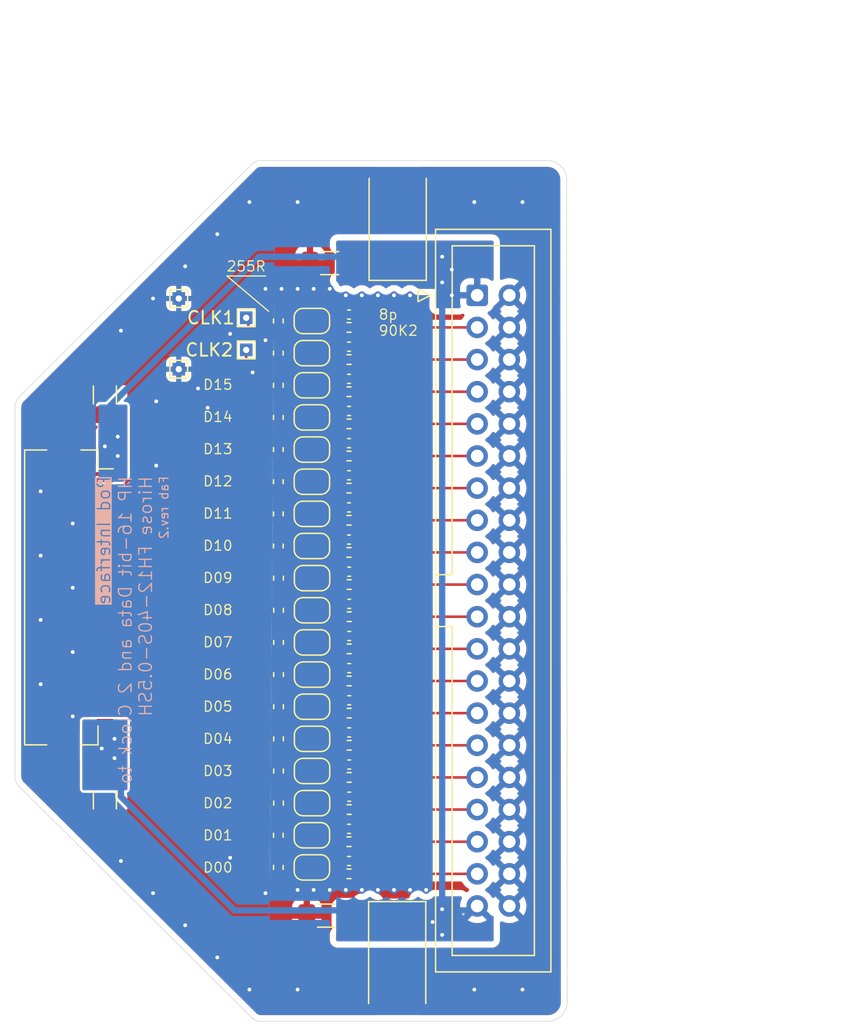
<source format=kicad_pcb>
(kicad_pcb (version 20240108) (generator "pcbnew") (generator_version "8.0")
  (layers (0 "F.Cu" signal) (31 "B.Cu" signal) (34 "B.Paste" user) (35 "F.Paste" user) (36 "B.SilkS" user "B.Silkscreen") (37 "F.SilkS" user "F.Silkscreen") (38 "B.Mask" user) (39 "F.Mask" user) (44 "Edge.Cuts" user))
  (net 0 "")
  (net 1 "Net-(JP1-A)")
  (net 2 "/POD1/CLK1")
  (net 3 "Net-(JP2-A)")
  (net 4 "/POD1/CLK2")
  (net 5 "Net-(JP3-A)")
  (net 6 "/POD1/terminator2/IN1")
  (net 7 "Net-(JP4-A)")
  (net 8 "/POD1/terminator2/IN2")
  (net 9 "/POD1/terminator3/IN1")
  (net 10 "Net-(JP5-A)")
  (net 11 "/POD1/terminator3/IN2")
  (net 12 "Net-(JP6-A)")
  (net 13 "/POD1/terminator4/IN1")
  (net 14 "Net-(JP7-A)")
  (net 15 "/POD1/terminator4/IN2")
  (net 16 "Net-(JP8-A)")
  (net 17 "/POD1/terminator5/IN1")
  (net 18 "Net-(JP9-A)")
  (net 19 "Net-(JP10-A)")
  (net 20 "/POD1/terminator5/IN2")
  (net 21 "/POD1/terminator6/IN1")
  (net 22 "Net-(JP11-A)")
  (net 23 "Net-(JP12-A)")
  (net 24 "/POD1/terminator6/IN2")
  (net 25 "Net-(JP13-A)")
  (net 26 "/POD1/terminator7/IN1")
  (net 27 "Net-(JP14-A)")
  (net 28 "/POD1/terminator7/IN2")
  (net 29 "Net-(JP15-A)")
  (net 30 "/POD1/terminator8/IN1")
  (net 31 "/POD1/terminator8/IN2")
  (net 32 "Net-(JP16-A)")
  (net 33 "Net-(JP17-A)")
  (net 34 "/POD1/terminator9/IN1")
  (net 35 "Net-(JP18-A)")
  (net 36 "/POD1/terminator9/IN2")
  (net 37 "GND")
  (net 38 "/D3")
  (net 39 "/D14")
  (net 40 "/D12")
  (net 41 "/D6")
  (net 42 "/D11")
  (net 43 "/D1")
  (net 44 "/D15")
  (net 45 "/D10")
  (net 46 "/D13")
  (net 47 "/D8")
  (net 48 "/D2")
  (net 49 "/D9")
  (net 50 "/D0")
  (net 51 "/D4")
  (net 52 "/D5")
  (net 53 "/D7")
  (net 54 "5V")
  (net 55 "Net-(JP1-B)")
  (net 56 "Net-(JP2-B)")
  (net 57 "Net-(JP3-B)")
  (net 58 "Net-(JP4-B)")
  (net 59 "Net-(JP5-B)")
  (net 60 "Net-(JP6-B)")
  (net 61 "Net-(JP7-B)")
  (net 62 "Net-(JP8-B)")
  (net 63 "Net-(JP9-B)")
  (net 64 "Net-(JP10-B)")
  (net 65 "Net-(JP11-B)")
  (net 66 "Net-(JP12-B)")
  (net 67 "Net-(JP13-B)")
  (net 68 "Net-(JP14-B)")
  (net 69 "Net-(JP15-B)")
  (net 70 "Net-(JP16-B)")
  (net 71 "Net-(JP17-B)")
  (net 72 "Net-(JP18-B)")
  (net 73 "/C1")
  (net 74 "/C2")
  (footprint "Capacitor_SMD:C_0402_1005Metric" (layer "F.Cu") (at 115.839 92.71)
    (property "Reference" "C15" (hide yes))
    (property "Value" "8p")
  )
  (footprint "Resistor_SMD:R_0402_1005Metric" (layer "F.Cu") (at 110.251 85.598 90)
    (property "Reference" "R24" (hide yes))
    (property "Value" "255R")
  )
  (footprint "Connector_FFC-FPC:Hirose_FH12-40S-0.5SH_1x40-1MP_P0.50mm_Horizontal" (layer "F.Cu") (at 94.676 79.502 -90)
    (property "Reference" "J1" (hide yes))
    (property "Value" "FPC Connector")
  )
  (footprint "Resistor_SMD:R_0402_1005Metric" (layer "F.Cu") (at 115.837 96.266 180)
    (property "Reference" "R30" (hide yes))
    (property "Value" "90K2")
  )
  (footprint "Resistor_SMD:R_0402_1005Metric" (layer "F.Cu") (at 115.839 78.486 180)
    (property "Reference" "R17" (hide yes))
    (property "Value" "90K2")
  )
  (footprint "Jumper:SolderJumper-2_P1.3mm_Bridged_RoundedPad1.0x1.5mm" (layer "F.Cu") (at 112.903 80.518)
    (property "Reference" "JP10" (hide yes))
    (property "Value" "JP")
  )
  (footprint "Capacitor_SMD:C_0402_1005Metric" (layer "F.Cu") (at 115.839 77.47)
    (property "Reference" "C9" (hide yes))
    (property "Value" "8p")
  )
  (footprint "Capacitor_SMD:C_1206_3216Metric_Pad1.33x1.80mm_HandSolder" (layer "F.Cu") (at 96.52 63.5 90)
    (property "Reference" "C22" (hide yes))
    (property "Value" "1uF PWR")
  )
  (footprint "Resistor_SMD:R_0402_1005Metric" (layer "F.Cu") (at 110.236 65.278 90)
    (property "Reference" "R8" (hide yes))
    (property "Value" "255R")
  )
  (footprint "Capacitor_SMD:C_0402_1005Metric" (layer "F.Cu") (at 115.824 72.39)
    (property "Reference" "C7" (hide yes))
    (property "Value" "8p")
  )
  (footprint "TestPoint:TestPoint_THTPad_1.0x1.0mm_Drill0.5mm" (layer "F.Cu") (at 102.362 61.468)
    (property "Reference" "TP4" (hide yes))
    (property "Value" "GND")
  )
  (footprint "Resistor_SMD:R_0402_1005Metric" (layer "F.Cu") (at 115.822 75.946 180)
    (property "Reference" "R14" (hide yes))
    (property "Value" "90K2")
  )
  (footprint "Resistor_SMD:R_0402_1005Metric" (layer "F.Cu") (at 110.251 77.978 90)
    (property "Reference" "R19" (hide yes))
    (property "Value" "255R")
  )
  (footprint "Jumper:SolderJumper-2_P1.3mm_Bridged_RoundedPad1.0x1.5mm" (layer "F.Cu") (at 112.888 57.658)
    (property "Reference" "JP1" (hide yes))
    (property "Value" "JP")
  )
  (footprint "Resistor_SMD:R_0402_1005Metric" (layer "F.Cu") (at 110.251 90.678 90)
    (property "Reference" "R28" (hide yes))
    (property "Value" "255R")
  )
  (footprint "Resistor_SMD:R_0402_1005Metric" (layer "F.Cu") (at 110.251 95.758 90)
    (property "Reference" "R32" (hide yes))
    (property "Value" "255R")
  )
  (footprint "Resistor_SMD:R_0402_1005Metric" (layer "F.Cu") (at 110.251 80.518 90)
    (property "Reference" "R20" (hide yes))
    (property "Value" "255R")
  )
  (footprint "Jumper:SolderJumper-2_P1.3mm_Bridged_RoundedPad1.0x1.5mm" (layer "F.Cu") (at 112.888 75.438)
    (property "Reference" "JP8" (hide yes))
    (property "Value" "JP")
  )
  (footprint "Capacitor_Tantalum_SMD:CP_EIA-7343-31_Kemet-D" (layer "F.Cu") (at 119.634 107.95 -90)
    (property "Reference" "CP2" (hide yes))
    (property "Value" "PPWR")
  )
  (footprint "Resistor_SMD:R_0402_1005Metric" (layer "F.Cu") (at 115.824 68.326 180)
    (property "Reference" "R9" (hide yes))
    (property "Value" "90K2")
  )
  (footprint "Resistor_SMD:R_0402_1005Metric" (layer "F.Cu") (at 115.822 101.346 180)
    (property "Reference" "R34" (hide yes))
    (property "Value" "90K2")
  )
  (footprint "Jumper:SolderJumper-2_P1.3mm_Bridged_RoundedPad1.0x1.5mm" (layer "F.Cu") (at 112.903 77.978)
    (property "Reference" "JP9" (hide yes))
    (property "Value" "JP")
  )
  (footprint "Resistor_SMD:R_0402_1005Metric" (layer "F.Cu") (at 110.236 70.358 90)
    (property "Reference" "R12" (hide yes))
    (property "Value" "255R")
  )
  (footprint "Jumper:SolderJumper-2_P1.3mm_Bridged_RoundedPad1.0x1.5mm" (layer "F.Cu") (at 112.903 93.218)
    (property "Reference" "JP15" (hide yes))
    (property "Value" "JP")
  )
  (footprint "Jumper:SolderJumper-2_P1.3mm_Bridged_RoundedPad1.0x1.5mm" (layer "F.Cu") (at 112.888 62.738)
    (property "Reference" "JP3" (hide yes))
    (property "Value" "JP")
  )
  (footprint "" (layer "F.Cu") (at 130.81 46.99)
    (property "Reference" "FID1" (hide yes))
    (property "Value" "Fiducial")
  )
  (footprint "Resistor_SMD:R_0402_1005Metric" (layer "F.Cu") (at 110.236 57.658 90)
    (property "Reference" "R3" (hide yes))
    (property "Value" "255R")
  )
  (footprint "Resistor_SMD:R_0402_1005Metric" (layer "F.Cu") (at 110.236 75.438 90)
    (property "Reference" "R16" (hide yes))
    (property "Value" "255R")
  )
  (footprint "Jumper:SolderJumper-2_P1.3mm_Bridged_RoundedPad1.0x1.5mm" (layer "F.Cu") (at 112.903 85.598)
    (property "Reference" "JP12" (hide yes))
    (property "Value" "JP")
  )
  (footprint "Capacitor_SMD:C_0402_1005Metric" (layer "F.Cu") (at 115.839 95.25)
    (property "Reference" "C16" (hide yes))
    (property "Value" "8p")
  )
  (footprint "Resistor_SMD:R_0402_1005Metric" (layer "F.Cu") (at 115.839 93.726 180)
    (property "Reference" "R29" (hide yes))
    (property "Value" "90K2")
  )
  (footprint "Resistor_SMD:R_0402_1005Metric" (layer "F.Cu") (at 110.236 60.198 90)
    (property "Reference" "R4" (hide yes))
    (property "Value" "255R")
  )
  (footprint "Resistor_SMD:R_0402_1005Metric" (layer "F.Cu") (at 110.236 62.738 90)
    (property "Reference" "R7" (hide yes))
    (property "Value" "255R")
  )
  (footprint "" (layer "F.Cu") (at 130.81 110.49)
    (property "Reference" "FID2" (hide yes))
    (property "Value" "Fiducial")
  )
  (footprint "Resistor_SMD:R_0402_1005Metric" (layer "F.Cu") (at 115.839 88.646 180)
    (property "Reference" "R25" (hide yes))
    (property "Value" "90K2")
  )
  (footprint "Jumper:SolderJumper-2_P1.3mm_Bridged_RoundedPad1.0x1.5mm" (layer "F.Cu") (at 112.888 72.898)
    (property "Reference" "JP7" (hide yes))
    (property "Value" "JP")
  )
  (footprint "Capacitor_SMD:C_1206_3216Metric_Pad1.33x1.80mm_HandSolder" (layer "F.Cu") (at 114.3 53.086 180)
    (property "Reference" "C19" (hide yes))
    (property "Value" "1uF PWR")
  )
  (footprint "Capacitor_SMD:C_0402_1005Metric" (layer "F.Cu") (at 115.824 67.31)
    (property "Reference" "C5" (hide yes))
    (property "Value" "8p")
  )
  (footprint "Capacitor_SMD:C_0402_1005Metric" (layer "F.Cu") (at 115.839 85.09)
    (property "Reference" "C12" (hide yes))
    (property "Value" "8p")
  )
  (footprint "Jumper:SolderJumper-2_P1.3mm_Bridged_RoundedPad1.0x1.5mm" (layer "F.Cu") (at 112.888 65.278)
    (property "Reference" "JP4" (hide yes))
    (property "Value" "JP")
  )
  (footprint "Resistor_SMD:R_0402_1005Metric" (layer "F.Cu") (at 115.837 86.106 180)
    (property "Reference" "R22" (hide yes))
    (property "Value" "90K2")
  )
  (footprint "Resistor_SMD:R_0402_1005Metric" (layer "F.Cu") (at 110.236 72.898 90)
    (property "Reference" "R15" (hide yes))
    (property "Value" "255R")
  )
  (footprint "Capacitor_SMD:C_0402_1005Metric" (layer "F.Cu") (at 115.824 74.93)
    (property "Reference" "C8" (hide yes))
    (property "Value" "8p")
  )
  (footprint "Resistor_SMD:R_0402_1005Metric" (layer "F.Cu") (at 115.822 65.786 180)
    (property "Reference" "R6" (hide yes))
    (property "Value" "90K2")
  )
  (footprint "TestPoint:TestPoint_THTPad_1.0x1.0mm_Drill0.5mm" (layer "F.Cu") (at 107.696 57.404 -90)
    (property "Reference" "TP2" (hide yes))
    (property "Value" "CLK1")
  )
  (footprint "" (layer "F.Cu") (at 99.06 101.6)
    (property "Reference" "FID3" (hide yes))
    (property "Value" "Fiducial")
  )
  (footprint "Jumper:SolderJumper-2_P1.3mm_Bridged_RoundedPad1.0x1.5mm" (layer "F.Cu") (at 112.903 90.678)
    (property "Reference" "JP14" (hide yes))
    (property "Value" "JP")
  )
  (footprint "Capacitor_SMD:C_0402_1005Metric" (layer "F.Cu") (at 115.839 82.55)
    (property "Reference" "C11" (hide yes))
    (property "Value" "8p")
  )
  (footprint "Capacitor_SMD:C_0402_1005Metric" (layer "F.Cu") (at 115.824 59.69)
    (property "Reference" "C2" (hide yes))
    (property "Value" "8p")
  )
  (footprint "Capacitor_SMD:C_0402_1005Metric" (layer "F.Cu") (at 115.824 64.77)
    (property "Reference" "C4" (hide yes))
    (property "Value" "8p")
  )
  (footprint "Jumper:SolderJumper-2_P1.3mm_Bridged_RoundedPad1.0x1.5mm" (layer "F.Cu") (at 112.903 83.058)
    (property "Reference" "JP11" (hide yes))
    (property "Value" "JP")
  )
  (footprint "Resistor_SMD:R_0402_1005Metric" (layer "F.Cu") (at 110.251 88.138 90)
    (property "Reference" "R27" (hide yes))
    (property "Value" "255R")
  )
  (footprint "Resistor_SMD:R_0402_1005Metric" (layer "F.Cu") (at 115.839 81.026 180)
    (property "Reference" "R18" (hide yes))
    (property "Value" "90K2")
  )
  (footprint "Resistor_SMD:R_0402_1005Metric" (layer "F.Cu") (at 110.251 83.058 90)
    (property "Reference" "R23" (hide yes))
    (property "Value" "255R")
  )
  (footprint "Resistor_SMD:R_0402_1005Metric" (layer "F.Cu") (at 115.839 91.186 180)
    (property "Reference" "R26" (hide yes))
    (property "Value" "90K2")
  )
  (footprint "TestPoint:TestPoint_THTPad_1.0x1.0mm_Drill0.5mm" (layer "F.Cu") (at 102.362 55.88)
    (property "Reference" "TP3" (hide yes))
    (property "Value" "GND")
  )
  (footprint "Fiducial:Fiducial_0.5mm_Mask1.5mm" (layer "F.Cu") (at 99.06 57.15)
    (property "Reference" "FID4" (hide yes))
    (property "Value" "Fiducial_0.5mm_Mask1.5mm")
  )
  (footprint "Capacitor_SMD:C_0402_1005Metric" (layer "F.Cu") (at 115.839 80.01)
    (property "Reference" "C10" (hide yes))
    (property "Value" "8p")
  )
  (footprint "Resistor_SMD:R_0402_1005Metric" (layer "F.Cu") (at 115.824 63.246 180)
    (property "Reference" "R5" (hide yes))
    (property "Value" "90K2")
  )
  (footprint "Connector_IDC:IDC-Header_2x20_P2.54mm_Vertical" (layer "F.Cu") (at 125.9586 55.626)
    (property "Reference" "J2" (hide yes))
    (property "Value" "Pod connector")
  )
  (footprint "Capacitor_SMD:C_1206_3216Metric_Pad1.33x1.80mm_HandSolder" (layer "F.Cu") (at 96.52 95.504 -90)
    (property "Reference" "C21" (hide yes))
    (property "Value" "1uF PWR")
  )
  (footprint "Jumper:SolderJumper-2_P1.3mm_Bridged_RoundedPad1.0x1.5mm" (layer "F.Cu") (at 112.888 70.358)
    (property "Reference" "JP6" (hide yes))
    (property "Value" "JP")
  )
  (footprint "Resistor_SMD:R_0402_1005Metric" (layer "F.Cu") (at 115.824 73.406 180)
    (property "Reference" "R13" (hide yes))
    (property "Value" "90K2")
  )
  (footprint "Capacitor_SMD:C_1206_3216Metric_Pad1.33x1.80mm_HandSolder" (layer "F.Cu") (at 114.046 104.648 180)
    (property "Reference" "C20" (hide yes))
    (property "Value" "1uF PWR")
  )
  (footprint "Resistor_SMD:R_0402_1005Metric" (layer "F.Cu") (at 115.824 98.806 180)
    (property "Reference" "R33" (hide yes))
    (property "Value" "90K2")
  )
  (footprint "Resistor_SMD:R_0402_1005Metric" (layer "F.Cu") (at 115.824 60.706 180)
    (property "Reference" "R2" (hide yes))
    (property "Value" "90K2")
  )
  (footprint "Resistor_SMD:R_0402_1005Metric" (layer "F.Cu") (at 110.236 67.818 90)
    (property "Reference" "R11" (hide yes))
    (property "Value" "255R")
  )
  (footprint "TestPoint:TestPoint_THTPad_1.0x1.0mm_Drill0.5mm" (layer "F.Cu") (at 107.696 59.944 -90)
    (property "Reference" "TP1" (hide yes))
    (property "Value" "CLK2")
  )
  (footprint "Capacitor_SMD:C_0402_1005Metric" (layer "F.Cu") (at 115.824 100.33)
    (property "Reference" "C18" (hide yes))
    (property "Value" "8p")
  )
  (footprint "Jumper:SolderJumper-2_P1.3mm_Bridged_RoundedPad1.0x1.5mm" (layer "F.Cu") (at 112.903 88.138)
    (property "Reference" "JP13" (hide yes))
    (property "Value" "JP")
  )
  (footprint "Capacitor_SMD:C_0402_1005Metric" (layer "F.Cu") (at 115.824 62.23)
    (property "Reference" "C3" (hide yes))
    (property "Value" "8p")
  )
  (footprint "Resistor_SMD:R_0402_1005Metric" (layer "F.Cu") (at 110.236 100.838 90)
    (property "Reference" "R36" (hide yes))
    (property "Value" "255R")
  )
  (footprint "Jumper:SolderJumper-2_P1.3mm_Bridged_RoundedPad1.0x1.5mm" (layer "F.Cu") (at 112.888 60.198)
    (property "Reference" "JP2" (hide yes))
    (property "Value" "JP")
  )
  (footprint "Jumper:SolderJumper-2_P1.3mm_Bridged_RoundedPad1.0x1.5mm" (layer "F.Cu") (at 112.888 67.818)
    (property "Reference" "JP5" (hide yes))
    (property "Value" "JP")
  )
  (footprint "Resistor_SMD:R_0402_1005Metric" (layer "F.Cu") (at 115.839 83.566 180)
    (property "Reference" "R21" (hide yes))
    (property "Value" "90K2")
  )
  (footprint "Capacitor_SMD:C_0402_1005Metric" (layer "F.Cu") (at 115.824 97.79)
    (property "Reference" "C17" (hide yes))
    (property "Value" "8p")
  )
  (footprint "Jumper:SolderJumper-2_P1.3mm_Bridged_RoundedPad1.0x1.5mm" (layer "F.Cu") (at 112.888 100.838)
    (property "Reference" "JP18" (hide yes))
    (property "Value" "JP")
  )
  (footprint "Capacitor_SMD:C_0402_1005Metric" (layer "F.Cu") (at 115.839 90.17)
    (property "Reference" "C14" (hide yes))
    (property "Value" "8p")
  )
  (footprint "Capacitor_SMD:C_0402_1005Metric" (layer "F.Cu") (at 115.824 57.15)
    (property "Reference" "C1" (hide yes))
    (property "Value" "8p")
  )
  (footprint "Resistor_SMD:R_0402_1005Metric" (layer "F.Cu") (at 110.251 93.218 90)
    (property "Reference" "R31" (hide yes))
    (property "Value" "255R")
  )
  (footprint "Jumper:SolderJumper-2_P1.3mm_Bridged_RoundedPad1.0x1.5mm" (layer "F.Cu") (at 112.903 95.758)
    (property "Reference" "JP16" (hide yes))
    (property "Value" "JP")
  )
  (footprint "Resistor_SMD:R_0402_1005Metric" (layer "F.Cu") (at 115.824 58.166 180)
    (property "Reference" "R1" (hide yes))
    (property "Value" "90K2")
  )
  (footprint "Capacitor_Tantalum_SMD:CP_EIA-7343-31_Kemet-D" (layer "F.Cu") (at 119.6725 50.038 90)
    (property "Reference" "CP1" (hide yes))
    (property "Value" "PPWR")
  )
  (footprint "Resistor_SMD:R_0402_1005Metric" (layer "F.Cu") (at 115.824 70.866 180)
    (property "Reference" "R10" (hide yes))
    (property "Value" "90K2")
  )
  (footprint "Resistor_SMD:R_0402_1005Metric" (layer "F.Cu") (at 110.236 98.298 90)
    (property "Reference" "R35" (hide yes))
    (property "Value" "255R")
  )
  (footprint "Capacitor_SMD:C_0402_1005Metric" (layer "F.Cu") (at 115.839 87.63)
    (property "Reference" "C13" (hide yes))
    (property "Value" "8p")
  )
  (footprint "Capacitor_SMD:C_0402_1005Metric" (layer "F.Cu") (at 115.824 69.85)
    (property "Reference" "C6" (hide yes))
    (property "Value" "8p")
  )
  (footprint "Jumper:SolderJumper-2_P1.3mm_Bridged_RoundedPad1.0x1.5mm" (layer "F.Cu") (at 112.888 98.298)
    (property "Reference" "JP17" (hide yes))
    (property "Value" "JP")
  )
  (gr_line (start 106.172 54.102) (end 109.22 54.102) (stroke (width 0.1)) (layer "F.SilkS"))
  (gr_line (start 106.172 54.102) (end 109.474 56.896) (stroke (width 0.1)) (layer "F.SilkS"))
  (gr_arc (start 108.204 45.212) (mid 108.501332 45.041343) (end 108.839 44.982098) (stroke (width 0.05)) (layer "Edge.Cuts"))
  (gr_line (start 108.204 112.776) (end 89.661998 94.361001) (stroke (width 0.05)) (layer "Edge.Cuts"))
  (gr_arc (start 89.408 64.516) (mid 89.473172 64.114391) (end 89.662 63.754) (stroke (width 0.05)) (layer "Edge.Cuts"))
  (gr_line (start 89.662 63.754) (end 108.204 45.212) (stroke (width 0.05)) (layer "Edge.Cuts"))
  (gr_line (start 133.027311 46.482) (end 133.071768 111.376557) (stroke (width 0.05)) (layer "Edge.Cuts"))
  (gr_arc (start 108.839 113.005901) (mid 108.501332 112.946656) (end 108.204 112.775999) (stroke (width 0.05)) (layer "Edge.Cuts"))
  (gr_line (start 108.839 44.982098) (end 131.527409 44.982098) (stroke (width 0.05)) (layer "Edge.Cuts"))
  (gr_arc (start 89.661998 94.361001) (mid 89.47317 94.00061) (end 89.407998 93.599001) (stroke (width 0.05)) (layer "Edge.Cuts"))
  (gr_arc (start 131.527409 44.982098) (mid 132.588 45.421409) (end 133.027311 46.482) (stroke (width 0.05)) (layer "Edge.Cuts"))
  (gr_line (start 108.839 113.005901) (end 131.445 113.005901) (stroke (width 0.05)) (layer "Edge.Cuts"))
  (gr_line (start 89.407998 93.599001) (end 89.408 64.516) (stroke (width 0.05)) (layer "Edge.Cuts"))
  (gr_arc (start 133.071768 111.376557) (mid 132.621947 112.554217) (end 131.445 113.0059) (stroke (width 0.05)) (layer "Edge.Cuts"))
  (gr_text "Pod Interface" (at 97.028 69.85 90) (layer "B.SilkS" knockout) (effects (font (size 1 1) (thickness 0.1)) (justify left bottom mirror)))
  (gr_text "HP 16-bit Data and 2 Clock to\nHirose FH12-40S-0.5SH" (at 100.33 69.85 90) (layer "B.SilkS") (effects (font (size 1 1) (thickness 0.1)) (justify left bottom mirror)))
  (gr_text "Fab rev.2" (at 101.6 69.85 90) (layer "B.SilkS") (effects (font (size 0.7 0.7) (thickness 0.1)) (justify left bottom mirror)))
  (gr_text "D15\n\nD14\n\nD13\n\nD12\n\nD11\n\nD10\n\nD09\n\nD08\n\nD07\n\nD06\n\nD05\n\nD04\n\nD03\n\nD02\n\nD01\n\nD00\n" (at 106.68 62.23 0) (layer "F.SilkS") (effects (font (size 0.79 0.8) (thickness 0.1)) (justify right top)))
  (segment (start 111.728 57.148) (end 110.236 57.148) (width 0.2) (layer "F.Cu") (net 1))
  (segment (start 112.238 57.658) (end 111.728 57.148) (width 0.2) (layer "F.Cu") (net 1))
  (segment (start 116.304 57.15) (end 116.304 57.658) (width 0.2) (layer "F.Cu") (net 2))
  (segment (start 116.304 57.658) (end 116.304 58.136) (width 0.2) (layer "F.Cu") (net 2))
  (segment (start 116.304 58.136) (end 116.334 58.166) (width 0.2) (layer "F.Cu") (net 2))
  (segment (start 116.586 57.658) (end 117.094 58.166) (width 0.2) (layer "F.Cu") (net 2))
  (segment (start 116.304 57.658) (end 116.586 57.658) (width 0.2) (layer "F.Cu") (net 2))
  (segment (start 117.094 58.166) (end 125.984 58.166) (width 0.2) (layer "F.Cu") (net 2))
  (segment (start 112.238 60.198) (end 111.728 59.688) (width 0.2) (layer "F.Cu") (net 3))
  (segment (start 111.728 59.688) (end 110.236 59.688) (width 0.2) (layer "F.Cu") (net 3))
  (segment (start 116.304 60.198) (end 116.586 60.198) (width 0.2) (layer "F.Cu") (net 4))
  (segment (start 117.094 60.706) (end 125.984 60.706) (width 0.2) (layer "F.Cu") (net 4))
  (segment (start 116.304 60.198) (end 116.304 60.676) (width 0.2) (layer "F.Cu") (net 4))
  (segment (start 116.304 59.69) (end 116.304 60.198) (width 0.2) (layer "F.Cu") (net 4))
  (segment (start 116.586 60.198) (end 117.094 60.706) (width 0.2) (layer "F.Cu") (net 4))
  (segment (start 116.304 60.676) (end 116.334 60.706) (width 0.2) (layer "F.Cu") (net 4))
  (segment (start 111.728 62.228) (end 110.236 62.228) (width 0.2) (layer "F.Cu") (net 5))
  (segment (start 112.238 62.738) (end 111.728 62.228) (width 0.2) (layer "F.Cu") (net 5))
  (segment (start 116.304 62.738) (end 116.586 62.738) (width 0.2) (layer "F.Cu") (net 6))
  (segment (start 117.094 63.246) (end 125.984 63.246) (width 0.2) (layer "F.Cu") (net 6))
  (segment (start 116.304 62.23) (end 116.304 62.738) (width 0.2) (layer "F.Cu") (net 6))
  (segment (start 116.304 62.738) (end 116.304 63.216) (width 0.2) (layer "F.Cu") (net 6))
  (segment (start 116.586 62.738) (end 117.094 63.246) (width 0.2) (layer "F.Cu") (net 6))
  (segment (start 116.304 63.216) (end 116.334 63.246) (width 0.2) (layer "F.Cu") (net 6))
  (segment (start 112.238 65.278) (end 111.728 64.768) (width 0.2) (layer "F.Cu") (net 7))
  (segment (start 111.728 64.768) (end 110.236 64.768) (width 0.2) (layer "F.Cu") (net 7))
  (segment (start 116.304 65.278) (end 116.304 65.758) (width 0.2) (layer "F.Cu") (net 8))
  (segment (start 116.304 65.758) (end 116.332 65.786) (width 0.2) (layer "F.Cu") (net 8))
  (segment (start 117.221 65.786) (end 125.984 65.786) (width 0.2) (layer "F.Cu") (net 8))
  (segment (start 116.304 65.278) (end 116.713 65.278) (width 0.2) (layer "F.Cu") (net 8))
  (segment (start 116.304 64.77) (end 116.304 65.278) (width 0.2) (layer "F.Cu") (net 8))
  (segment (start 116.713 65.278) (end 117.221 65.786) (width 0.2) (layer "F.Cu") (net 8))
  (segment (start 116.304 67.31) (end 116.304 67.818) (width 0.2) (layer "F.Cu") (net 9))
  (segment (start 116.304 67.818) (end 116.304 68.296) (width 0.2) (layer "F.Cu") (net 9))
  (segment (start 116.586 67.818) (end 117.094 68.326) (width 0.2) (layer "F.Cu") (net 9))
  (segment (start 117.094 68.326) (end 125.984 68.326) (width 0.2) (layer "F.Cu") (net 9))
  (segment (start 116.304 67.818) (end 116.586 67.818) (width 0.2) (layer "F.Cu") (net 9))
  (segment (start 116.304 68.296) (end 116.334 68.326) (width 0.2) (layer "F.Cu") (net 9))
  (segment (start 111.728 67.308) (end 110.236 67.308) (width 0.2) (layer "F.Cu") (net 10))
  (segment (start 112.238 67.818) (end 111.728 67.308) (width 0.2) (layer "F.Cu") (net 10))
  (segment (start 116.586 70.358) (end 117.094 70.866) (width 0.2) (layer "F.Cu") (net 11))
  (segment (start 116.304 70.836) (end 116.334 70.866) (width 0.2) (layer "F.Cu") (net 11))
  (segment (start 117.094 70.866) (end 125.984 70.866) (width 0.2) (layer "F.Cu") (net 11))
  (segment (start 116.304 70.358) (end 116.304 70.836) (width 0.2) (layer "F.Cu") (net 11))
  (segment (start 116.304 70.358) (end 116.586 70.358) (width 0.2) (layer "F.Cu") (net 11))
  (segment (start 116.304 69.85) (end 116.304 70.358) (width 0.2) (layer "F.Cu") (net 11))
  (segment (start 112.238 70.358) (end 111.728 69.848) (width 0.2) (layer "F.Cu") (net 12))
  (segment (start 111.728 69.848) (end 110.236 69.848) (width 0.2) (layer "F.Cu") (net 12))
  (segment (start 117.094 73.406) (end 125.984 73.406) (width 0.2) (layer "F.Cu") (net 13))
  (segment (start 116.586 72.898) (end 117.094 73.406) (width 0.2) (layer "F.Cu") (net 13))
  (segment (start 116.304 72.898) (end 116.304 73.376) (width 0.2) (layer "F.Cu") (net 13))
  (segment (start 116.304 72.39) (end 116.304 72.898) (width 0.2) (layer "F.Cu") (net 13))
  (segment (start 116.304 73.376) (end 116.334 73.406) (width 0.2) (layer "F.Cu") (net 13))
  (segment (start 116.304 72.898) (end 116.586 72.898) (width 0.2) (layer "F.Cu") (net 13))
  (segment (start 111.728 72.388) (end 110.236 72.388) (width 0.2) (layer "F.Cu") (net 14))
  (segment (start 112.238 72.898) (end 111.728 72.388) (width 0.2) (layer "F.Cu") (net 14))
  (segment (start 116.6355 75.438) (end 117.1435 75.946) (width 0.2) (layer "F.Cu") (net 15))
  (segment (start 117.1435 75.946) (end 125.984 75.946) (width 0.2) (layer "F.Cu") (net 15))
  (segment (start 116.304 74.93) (end 116.304 75.438) (width 0.2) (layer "F.Cu") (net 15))
  (segment (start 116.304 75.438) (end 116.304 75.918) (width 0.2) (layer "F.Cu") (net 15))
  (segment (start 116.304 75.918) (end 116.332 75.946) (width 0.2) (layer "F.Cu") (net 15))
  (segment (start 116.304 75.438) (end 116.6355 75.438) (width 0.2) (layer "F.Cu") (net 15))
  (segment (start 112.238 75.438) (end 111.728 74.928) (width 0.2) (layer "F.Cu") (net 16))
  (segment (start 111.728 74.928) (end 110.236 74.928) (width 0.2) (layer "F.Cu") (net 16))
  (segment (start 116.586 77.978) (end 117.094 78.486) (width 0.2) (layer "F.Cu") (net 17))
  (segment (start 117.094 78.486) (end 125.984 78.486) (width 0.2) (layer "F.Cu") (net 17))
  (segment (start 116.319 77.978) (end 116.586 77.978) (width 0.2) (layer "F.Cu") (net 17))
  (segment (start 116.319 78.456) (end 116.349 78.486) (width 0.2) (layer "F.Cu") (net 17))
  (segment (start 116.319 77.47) (end 116.319 77.978) (width 0.2) (layer "F.Cu") (net 17))
  (segment (start 116.319 77.978) (end 116.319 78.456) (width 0.2) (layer "F.Cu") (net 17))
  (segment (start 112.253 77.978) (end 111.743 77.468) (width 0.2) (layer "F.Cu") (net 18))
  (segment (start 111.743 77.468) (end 110.251 77.468) (width 0.2) (layer "F.Cu") (net 18))
  (segment (start 111.743 80.008) (end 110.251 80.008) (width 0.2) (layer "F.Cu") (net 19))
  (segment (start 112.253 80.518) (end 111.743 80.008) (width 0.2) (layer "F.Cu") (net 19))
  (segment (start 116.319 80.518) (end 116.319 80.996) (width 0.2) (layer "F.Cu") (net 20))
  (segment (start 116.586 80.518) (end 117.094 81.026) (width 0.2) (layer "F.Cu") (net 20))
  (segment (start 116.319 80.518) (end 116.586 80.518) (width 0.2) (layer "F.Cu") (net 20))
  (segment (start 116.319 80.01) (end 116.319 80.518) (width 0.2) (layer "F.Cu") (net 20))
  (segment (start 117.094 81.026) (end 125.984 81.026) (width 0.2) (layer "F.Cu") (net 20))
  (segment (start 116.319 80.996) (end 116.349 81.026) (width 0.2) (layer "F.Cu") (net 20))
  (segment (start 116.586 83.058) (end 117.094 83.566) (width 0.2) (layer "F.Cu") (net 21))
  (segment (start 116.319 83.058) (end 116.319 83.536) (width 0.2) (layer "F.Cu") (net 21))
  (segment (start 116.319 82.55) (end 116.319 83.058) (width 0.2) (layer "F.Cu") (net 21))
  (segment (start 116.319 83.058) (end 116.586 83.058) (width 0.2) (layer "F.Cu") (net 21))
  (segment (start 117.094 83.566) (end 125.984 83.566) (width 0.2) (layer "F.Cu") (net 21))
  (segment (start 116.319 83.536) (end 116.349 83.566) (width 0.2) (layer "F.Cu") (net 21))
  (segment (start 111.743 82.548) (end 110.251 82.548) (width 0.2) (layer "F.Cu") (net 22))
  (segment (start 112.253 83.058) (end 111.743 82.548) (width 0.2) (layer "F.Cu") (net 22))
  (segment (start 111.743 85.088) (end 110.251 85.088) (width 0.2) (layer "F.Cu") (net 23))
  (segment (start 112.253 85.598) (end 111.743 85.088) (width 0.2) (layer "F.Cu") (net 23))
  (segment (start 116.319 86.078) (end 116.347 86.106) (width 0.2) (layer "F.Cu") (net 24))
  (segment (start 116.319 85.09) (end 116.319 85.598) (width 0.2) (layer "F.Cu") (net 24))
  (segment (start 116.586 85.598) (end 117.094 86.106) (width 0.2) (layer "F.Cu") (net 24))
  (segment (start 116.319 85.598) (end 116.586 85.598) (width 0.2) (layer "F.Cu") (net 24))
  (segment (start 117.094 86.106) (end 125.984 86.106) (width 0.2) (layer "F.Cu") (net 24))
  (segment (start 116.319 85.598) (end 116.319 86.078) (width 0.2) (layer "F.Cu") (net 24))
  (segment (start 111.743 87.628) (end 110.251 87.628) (width 0.2) (layer "F.Cu") (net 25))
  (segment (start 112.253 88.138) (end 111.743 87.628) (width 0.2) (layer "F.Cu") (net 25))
  (segment (start 116.713 88.138) (end 117.221 88.646) (width 0.2) (layer "F.Cu") (net 26))
  (segment (start 116.319 88.138) (end 116.319 88.616) (width 0.2) (layer "F.Cu") (net 26))
  (segment (start 116.319 87.63) (end 116.319 88.138) (width 0.2) (layer "F.Cu") (net 26))
  (segment (start 116.319 88.616) (end 116.349 88.646) (width 0.2) (layer "F.Cu") (net 26))
  (segment (start 116.319 88.138) (end 116.713 88.138) (width 0.2) (layer "F.Cu") (net 26))
  (segment (start 117.221 88.646) (end 125.984 88.646) (width 0.2) (layer "F.Cu") (net 26))
  (segment (start 112.253 90.678) (end 111.743 90.168) (width 0.2) (layer "F.Cu") (net 27))
  (segment (start 111.743 90.168) (end 110.251 90.168) (width 0.2) (layer "F.Cu") (net 27))
  (segment (start 116.319 90.17) (end 116.319 90.678) (width 0.2) (layer "F.Cu") (net 28))
  (segment (start 116.713 90.678) (end 117.221 91.186) (width 0.2) (layer "F.Cu") (net 28))
  (segment (start 117.221 91.186) (end 125.984 91.186) (width 0.2) (layer "F.Cu") (net 28))
  (segment (start 116.319 91.156) (end 116.349 91.186) (width 0.2) (layer "F.Cu") (net 28))
  (segment (start 116.319 90.678) (end 116.319 91.156) (width 0.2) (layer "F.Cu") (net 28))
  (segment (start 116.319 90.678) (end 116.713 90.678) (width 0.2) (layer "F.Cu") (net 28))
  (segment (start 111.743 92.708) (end 110.251 92.708) (width 0.2) (layer "F.Cu") (net 29))
  (segment (start 112.253 93.218) (end 111.743 92.708) (width 0.2) (layer "F.Cu") (net 29))
  (segment (start 116.319 92.71) (end 116.319 93.345) (width 0.2) (layer "F.Cu") (net 30))
  (segment (start 116.319 93.345) (end 116.319 93.696) (width 0.2) (layer "F.Cu") (net 30))
  (segment (start 117.094 93.726) (end 125.984 93.726) (width 0.2) (layer "F.Cu") (net 30))
  (segment (start 116.319 93.696) (end 116.349 93.726) (width 0.2) (layer "F.Cu") (net 30))
  (segment (start 116.713 93.345) (end 117.094 93.726) (width 0.2) (layer "F.Cu") (net 30))
  (segment (start 116.319 93.345) (end 116.713 93.345) (width 0.2) (layer "F.Cu") (net 30))
  (segment (start 116.84 95.758) (end 117.348 96.266) (width 0.2) (layer "F.Cu") (net 31))
  (segment (start 116.319 96.238) (end 116.347 96.266) (width 0.2) (layer "F.Cu") (net 31))
  (segment (start 117.348 96.266) (end 125.984 96.266) (width 0.2) (layer "F.Cu") (net 31))
  (segment (start 116.319 95.25) (end 116.319 95.758) (width 0.2) (layer "F.Cu") (net 31))
  (segment (start 116.319 95.758) (end 116.84 95.758) (width 0.2) (layer "F.Cu") (net 31))
  (segment (start 116.319 95.758) (end 116.319 96.238) (width 0.2) (layer "F.Cu") (net 31))
  (segment (start 112.253 95.758) (end 111.743 95.248) (width 0.2) (layer "F.Cu") (net 32))
  (segment (start 111.743 95.248) (end 110.251 95.248) (width 0.2) (layer "F.Cu") (net 32))
  (segment (start 112.238 98.298) (end 111.728 97.788) (width 0.2) (layer "F.Cu") (net 33))
  (segment (start 111.728 97.788) (end 110.236 97.788) (width 0.2) (layer "F.Cu") (net 33))
  (segment (start 116.304 98.776) (end 116.334 98.806) (width 0.2) (layer "F.Cu") (net 34))
  (segment (start 116.304 98.298) (end 116.713 98.298) (width 0.2) (layer "F.Cu") (net 34))
  (segment (start 116.713 98.298) (end 117.221 98.806) (width 0.2) (layer "F.Cu") (net 34))
  (segment (start 117.221 98.806) (end 125.984 98.806) (width 0.2) (layer "F.Cu") (net 34))
  (segment (start 116.304 98.298) (end 116.304 98.776) (width 0.2) (layer "F.Cu") (net 34))
  (segment (start 116.304 97.79) (end 116.304 98.298) (width 0.2) (layer "F.Cu") (net 34))
  (segment (start 112.238 100.838) (end 111.728 100.328) (width 0.2) (layer "F.Cu") (net 35))
  (segment (start 111.728 100.328) (end 110.236 100.328) (width 0.2) (layer "F.Cu") (net 35))
  (segment (start 116.304 100.838) (end 116.713 100.838) (width 0.2) (layer "F.Cu") (net 36))
  (segment (start 117.221 101.346) (end 125.984 101.346) (width 0.2) (layer "F.Cu") (net 36))
  (segment (start 116.304 101.318) (end 116.332 101.346) (width 0.2) (layer "F.Cu") (net 36))
  (segment (start 116.304 100.838) (end 116.304 101.318) (width 0.2) (layer "F.Cu") (net 36))
  (segment (start 116.713 100.838) (end 117.221 101.346) (width 0.2) (layer "F.Cu") (net 36))
  (segment (start 116.304 100.33) (end 116.304 100.838) (width 0.2) (layer "F.Cu") (net 36))
  (via (at 113.03 102.616) (size 0.6) (drill 0.3) (layers "F.Cu" "B.Cu") (net 37))
  (via (at 111.76 48.26) (size 0.6) (drill 0.3) (layers "F.Cu" "B.Cu") (net 37))
  (via (at 111.76 110.49) (size 0.6) (drill 0.3) (layers "F.Cu" "B.Cu") (net 37))
  (via (at 111.76 55.118) (size 0.6) (drill 0.3) (layers "F.Cu" "B.Cu") (net 37))
  (via (at 100.33 55.88) (size 0.6) (drill 0.3) (layers "F.Cu" "B.Cu") (net 37))
  (via (at 93.98 78.74) (size 0.6) (drill 0.3) (layers "F.Cu" "B.Cu") (net 37))
  (via (at 120.65 55.626) (size 0.6) (drill 0.3) (layers "F.Cu" "B.Cu") (net 37))
  (via (at 91.44 71.12) (size 0.6) (drill 0.3) (layers "F.Cu" "B.Cu") (net 37))
  (via (at 93.98 83.82) (size 0.6) (drill 0.3) (layers "F.Cu" "B.Cu") (net 37))
  (via (at 105.41 107.95) (size 0.6) (drill 0.3) (layers "F.Cu" "B.Cu") (net 37))
  (via (at 129.54 48.26) (size 0.6) (drill 0.3) (layers "F.Cu" "B.Cu") (net 37))
  (via (at 111.76 102.616) (size 0.6) (drill 0.3) (layers "F.Cu" "B.Cu") (net 37))
  (via (at 106.426 58.674) (size 0.6) (drill 0.3) (layers "F.Cu" "B.Cu") (net 37))
  (via (at 91.44 81.28) (size 0.6) (drill 0.3) (layers "F.Cu" "B.Cu") (net 37))
  (via (at 106.426 100.076) (size 0.6) (drill 0.3) (layers "F.Cu" "B.Cu") (net 37))
  (via (at 114.3 55.118) (size 0.6) (drill 0.3) (layers "F.Cu" "B.Cu") (net 37))
  (via (at 97.79 58.42) (size 0.6) (drill 0.3) (layers "F.Cu" "B.Cu") (net 37))
  (via (at 102.87 53.34) (size 0.6) (drill 0.3) (layers "F.Cu" "B.Cu") (net 37))
  (via (at 109.22 102.87) (size 0.6) (drill 0.3) (layers "F.Cu" "B.Cu") (net 37))
  (via (at 125.73 110.49) (size 0.6) (drill 0.3) (layers "F.Cu" "B.Cu") (net 37))
  (via (at 119.38 55.626) (size 0.6) (drill 0.3) (layers "F.Cu" "B.Cu") (net 37))
  (via (at 129.54 110.49) (size 0.6) (drill 0.3) (layers "F.Cu" "B.Cu") (net 37))
  (via (at 93.98 73.66) (size 0.6) (drill 0.3) (layers "F.Cu" "B.Cu") (net 37))
  (via (at 115.57 55.626) (size 0.6) (drill 0.3) (layers "F.Cu" "B.Cu") (net 37))
  (via (at 108.204 61.722) (size 0.6) (drill 0.3) (layers "F.Cu" "B.Cu") (net 37))
  (via (at 91.44 86.36) (size 0.6) (drill 0.3) (layers "F.Cu" "B.Cu") (net 37))
  (via (at 114.3 102.616) (size 0.6) (drill 0.3) (layers "F.Cu" "B.Cu") (net 37))
  (via (at 93.98 88.9) (size 0.6) (drill 0.3) (layers "F.Cu" "B.Cu") (net 37))
  (via (at 110.49 55.118) (size 0.6) (drill 0.3) (layers "F.Cu" "B.Cu") (net 37))
  (via (at 125.73 48.26) (size 0.6) (drill 0.3) (layers "F.Cu" "B.Cu") (net 37))
  (via (at 91.44 76.2) (size 0.6) (drill 0.3) (layers "F.Cu" "B.Cu") (net 37))
  (via (at 100.584 64.008) (size 0.6) (drill 0.3) (layers "F.Cu" "B.Cu") (net 37))
  (via (at 97.79 100.33) (size 0.6) (drill 0.3) (layers "F.Cu" "B.Cu") (net 37))
  (via (at 113.03 55.118) (size 0.6) (drill 0.3) (layers "F.Cu" "B.Cu") (net 37))
  (via (at 116.84 102.616) (size 0.6) (drill 0.3) (layers "F.Cu" "B.Cu") (net 37))
  (via (at 105.41 50.8) (size 0.6) (drill 0.3) (layers "F.Cu" "B.Cu") (net 37))
  (via (at 116.84 55.626) (size 0.6) (drill 0.3) (layers "F.Cu" "B.Cu") (net 37))
  (via (at 119.38 102.616) (size 0.6) (drill 0.3) (layers "F.Cu" "B.Cu") (net 37))
  (via (at 104.648 64.516) (size 0.6) (drill 0.3) (layers "F.Cu" "B.Cu") (net 37))
  (via (at 100.33 102.87) (size 0.6) (drill 0.3) (layers "F.Cu" "B.Cu") (net 37))
  (via (at 118.11 102.616) (size 0.6) (drill 0.3) (layers "F.Cu" "B.Cu") (net 37))
  (via (at 121.92 102.616) (size 0.6) (drill 0.3) (layers "F.Cu" "B.Cu") (net 37))
  (via (at 107.95 48.26) (size 0.6) (drill 0.3) (layers "F.Cu" "B.Cu") (net 37))
  (via (at 115.57 102.616) (size 0.6) (drill 0.3) (layers "F.Cu" "B.Cu") (net 37))
  (via (at 100.584 69.088) (size 0.6) (drill 0.3) (layers "F.Cu" "B.Cu") (net 37))
  (via (at 102.87 105.41) (size 0.6) (drill 0.3) (layers "F.Cu" "B.Cu") (net 37))
  (via (at 118.11 55.626) (size 0.6) (drill 0.3) (layers "F.Cu" "B.Cu") (net 37))
  (via (at 107.95 110.49) (size 0.6) (drill 0.3) (layers "F.Cu" "B.Cu") (net 37))
  (via (at 109.22 59.182) (size 0.6) (drill 0.3) (layers "F.Cu" "B.Cu") (net 37))
  (via (at 103.886 62.992) (size 0.6) (drill 0.3) (layers "F.Cu" "B.Cu") (net 37))
  (via (at 120.65 102.616) (size 0.6) (drill 0.3) (layers "F.Cu" "B.Cu") (net 37))
  (via (at 109.22 55.118) (size 0.6) (drill 0.3) (layers "F.Cu" "B.Cu") (net 37))
  (segment (start 108.363108 90.768415) (end 107.996966 91.134556) (width 0.2) (layer "F.Cu") (net 38))
  (segment (start 107.715678 92.264373) (end 108.08182 91.898232) (width 0.2) (layer "F.Cu") (net 38))
  (segment (start 108.251525 91.728527) (end 108.251527 91.728527) (width 0.2) (layer "F.Cu") (net 38))
  (segment (start 110.251 93.728) (end 108.8455 92.3225) (width 0.2) (layer "F.Cu") (net 38))
  (segment (start 108.08182 91.898232) (end 108.251525 91.728527) (width 0.2) (layer "F.Cu") (net 38))
  (segment (start 107.4485 90.9255) (end 101.775 85.252) (width 0.2) (layer "F.Cu") (net 38))
  (segment (start 108.787373 90.853268) (end 108.70252 90.768415) (width 0.2) (layer "F.Cu") (net 38))
  (segment (start 101.775 85.252) (end 96.526 85.252) (width 0.2) (layer "F.Cu") (net 38))
  (segment (start 107.572704 91.049704) (end 107.4485 90.9255) (width 0.2) (layer "F.Cu") (net 38))
  (segment (start 107.657555 91.134556) (end 107.572704 91.049704) (width 0.2) (layer "F.Cu") (net 38))
  (segment (start 108.251527 91.728527) (end 108.421232 91.558821) (width 0.2) (layer "F.Cu") (net 38))
  (segment (start 108.421232 91.558821) (end 108.787373 91.19268) (width 0.2) (layer "F.Cu") (net 38))
  (segment (start 107.800535 92.688641) (end 107.715679 92.603785) (width 0.2) (layer "F.Cu") (net 38))
  (segment (start 108.506088 92.3225) (end 108.139945 92.68864) (width 0.2) (layer "F.Cu") (net 38))
  (arc (start 108.8455 92.3225) (mid 108.675793 92.252204) (end 108.506088 92.3225) (width 0.2) (layer "F.Cu") (net 38))
  (arc (start 108.139945 92.68864) (mid 107.97024 92.758936) (end 107.800535 92.688641) (width 0.2) (layer "F.Cu") (net 38))
  (arc (start 108.787373 91.19268) (mid 108.857668 91.022974) (end 108.787373 90.853268) (width 0.2) (layer "F.Cu") (net 38))
  (arc (start 107.715679 92.603785) (mid 107.645384 92.43408) (end 107.715678 92.264373) (width 0.2) (layer "F.Cu") (net 38))
  (arc (start 108.70252 90.768415) (mid 108.532814 90.69812) (end 108.363108 90.768415) (width 0.2) (layer "F.Cu") (net 38))
  (arc (start 107.996966 91.134556) (mid 107.82726 91.204851) (end 107.657555 91.134556) (width 0.2) (layer "F.Cu") (net 38))
  (segment (start 104.013 68.453) (end 104.013 69.723) (width 0.2) (layer "F.Cu") (net 39))
  (segment (start 108.515357 66.32765) (end 108.515357 66.028) (width 0.2) (layer "F.Cu") (net 39))
  (segment (start 107.915357 65.248352) (end 107.915357 65.548) (width 0.2) (layer "F.Cu") (net 39))
  (segment (start 108.875357 66.56765) (end 108.755357 66.56765) (width 0.2) (layer "F.Cu") (net 39))
  (segment (start 106.678 65.788) (end 104.013 68.453) (width 0.2) (layer "F.Cu") (net 39))
  (segment (start 107.555357 65.788) (end 106.955724 65.788) (width 0.2) (layer "F.Cu") (net 39))
  (segment (start 104.013 69.723) (end 99.484 74.252) (width 0.2) (layer "F.Cu") (net 39))
  (segment (start 108.515357 66.028) (end 108.515357 65.248352) (width 0.2) (layer "F.Cu") (net 39))
  (segment (start 106.955724 65.788) (end 106.678 65.788) (width 0.2) (layer "F.Cu") (net 39))
  (segment (start 107.675357 65.788) (end 107.555357 65.788) (width 0.2) (layer "F.Cu") (net 39))
  (segment (start 108.275357 65.008352) (end 108.155357 65.008352) (width 0.2) (layer "F.Cu") (net 39))
  (segment (start 99.484 74.252) (end 96.526 74.252) (width 0.2) (layer "F.Cu") (net 39))
  (segment (start 109.115357 66.028) (end 109.115357 66.32765) (width 0.2) (layer "F.Cu") (net 39))
  (segment (start 110.236 65.788) (end 109.355357 65.788) (width 0.2) (layer "F.Cu") (net 39))
  (arc (start 109.115357 66.32765) (mid 109.045063 66.497356) (end 108.875357 66.56765) (width 0.2) (layer "F.Cu") (net 39))
  (arc (start 108.755357 66.56765) (mid 108.585651 66.497356) (end 108.515357 66.32765) (width 0.2) (layer "F.Cu") (net 39))
  (arc (start 108.155357 65.008352) (mid 107.985651 65.078646) (end 107.915357 65.248352) (width 0.2) (layer "F.Cu") (net 39))
  (arc (start 109.355357 65.788) (mid 109.185651 65.858294) (end 109.115357 66.028) (width 0.2) (layer "F.Cu") (net 39))
  (arc (start 108.515357 65.248352) (mid 108.445063 65.078646) (end 108.275357 65.008352) (width 0.2) (layer "F.Cu") (net 39))
  (arc (start 107.915357 65.548) (mid 107.845063 65.717706) (end 107.675357 65.788) (width 0.2) (layer "F.Cu") (net 39))
  (segment (start 109.000848 71.088) (end 109.000848 71.552003) (width 0.2) (layer "F.Cu") (net 40))
  (segment (start 108.450848 71.088) (end 108.450848 70.868) (width 0.2) (layer "F.Cu") (net 40))
  (segment (start 101.294 76.252) (end 96.526 76.252) (width 0.2) (layer "F.Cu") (net 40))
  (segment (start 105.1154 72.4306) (end 101.294 76.252) (width 0.2) (layer "F.Cu") (net 40))
  (segment (start 108.780848 71.772003) (end 108.670848 71.772003) (width 0.2) (layer "F.Cu") (net 40))
  (segment (start 108.230848 69.963997) (end 108.120848 69.963997) (width 0.2) (layer "F.Cu") (net 40))
  (segment (start 107.350848 71.551978) (end 107.350848 71.088) (width 0.2) (layer "F.Cu") (net 40))
  (segment (start 107.680848 71.771978) (end 107.570848 71.771978) (width 0.2) (layer "F.Cu") (net 40))
  (segment (start 108.450848 70.868) (end 108.450848 70.183997) (width 0.2) (layer "F.Cu") (net 40))
  (segment (start 108.450848 71.552003) (end 108.450848 71.088) (width 0.2) (layer "F.Cu") (net 40))
  (segment (start 110.236 70.868) (end 109.220848 70.868) (width 0.2) (layer "F.Cu") (net 40))
  (segment (start 107.900848 70.868) (end 107.900848 71.088) (width 0.2) (layer "F.Cu") (net 40))
  (segment (start 106.678 70.868) (end 105.1154 72.4306) (width 0.2) (layer "F.Cu") (net 40))
  (segment (start 107.900848 71.088) (end 107.900848 71.551978) (width 0.2) (layer "F.Cu") (net 40))
  (segment (start 107.900848 70.183997) (end 107.900848 70.868) (width 0.2) (layer "F.Cu") (net 40))
  (segment (start 107.020848 70.868) (end 106.678 70.868) (width 0.2) (layer "F.Cu") (net 40))
  (segment (start 107.130848 70.868) (end 107.020848 70.868) (width 0.2) (layer "F.Cu") (net 40))
  (arc (start 108.670848 71.772003) (mid 108.515285 71.707566) (end 108.450848 71.552003) (width 0.2) (layer "F.Cu") (net 40))
  (arc (start 108.450848 70.183997) (mid 108.386411 70.028434) (end 108.230848 69.963997) (width 0.2) (layer "F.Cu") (net 40))
  (arc (start 107.350848 71.088) (mid 107.286411 70.932437) (end 107.130848 70.868) (width 0.2) (layer "F.Cu") (net 40))
  (arc (start 109.000848 71.552003) (mid 108.936411 71.707566) (end 108.780848 71.772003) (width 0.2) (layer "F.Cu") (net 40))
  (arc (start 109.220848 70.868) (mid 109.065285 70.932437) (end 109.000848 71.088) (width 0.2) (layer "F.Cu") (net 40))
  (arc (start 107.900848 71.551978) (mid 107.836411 71.707541) (end 107.680848 71.771978) (width 0.2) (layer "F.Cu") (net 40))
  (arc (start 107.570848 71.771978) (mid 107.415285 71.707541) (end 107.350848 71.551978) (width 0.2) (layer "F.Cu") (net 40))
  (arc (start 108.120848 69.963997) (mid 107.965285 70.028434) (end 107.900848 70.183997) (width 0.2) (layer "F.Cu") (net 40))
  (segment (start 108.9026 83.953477) (end 108.499537 84.356537) (width 0.2) (layer "F.Cu") (net 41))
  (segment (start 109.448202 85.305202) (end 110.251 86.108) (width 0.2) (layer "F.Cu") (net 41))
  (segment (start 107.749995 84.413118) (end 108.153056 84.010056) (width 0.2) (layer "F.Cu") (net 41))
  (segment (start 109.053908 84.910908) (end 109.448202 85.305202) (width 0.2) (layer "F.Cu") (net 41))
  (segment (start 108.442958 85.106081) (end 108.707426 84.841612) (width 0.2) (layer "F.Cu") (net 41))
  (segment (start 106.395 82.252) (end 107.3215 83.1785) (width 0.2) (layer "F.Cu") (net 41))
  (segment (start 108.209605 83.260544) (end 107.945165 83.524981) (width 0.2) (layer "F.Cu") (net 41))
  (segment (start 108.984612 84.841612) (end 109.053908 84.910908) (width 0.2) (layer "F.Cu") (net 41))
  (segment (start 107.806572 83.663574) (end 107.806575 83.663575) (width 0.2) (layer "F.Cu") (net 41))
  (segment (start 107.945165 83.524981) (end 107.806572 83.663574) (width 0.2) (layer "F.Cu") (net 41))
  (segment (start 108.499537 84.356537) (end 108.499538 84.356538) (width 0.2) (layer "F.Cu") (net 41))
  (segment (start 108.499538 84.356538) (end 108.360945 84.49513) (width 0.2) (layer "F.Cu") (net 41))
  (segment (start 108.140309 82.914062) (end 108.209605 82.983358) (width 0.2) (layer "F.Cu") (net 41))
  (segment (start 108.153056 84.010056) (end 108.556116 83.606993) (width 0.2) (layer "F.Cu") (net 41))
  (segment (start 107.598686 83.178501) (end 107.863123 82.914061) (width 0.2) (layer "F.Cu") (net 41))
  (segment (start 107.806575 83.663575) (end 107.403513 84.066636) (width 0.2) (layer "F.Cu") (net 41))
  (segment (start 96.526 82.252) (end 106.395 82.252) (width 0.2) (layer "F.Cu") (net 41))
  (segment (start 108.360945 84.49513) (end 108.096476 84.759599) (width 0.2) (layer "F.Cu") (net 41))
  (segment (start 107.403513 84.343822) (end 107.472809 84.413118) (width 0.2) (layer "F.Cu") (net 41))
  (segment (start 108.833304 83.606995) (end 108.9026 83.676291) (width 0.2) (layer "F.Cu") (net 41))
  (segment (start 108.096476 85.036785) (end 108.165772 85.106081) (width 0.2) (layer "F.Cu") (net 41))
  (arc (start 108.096476 84.759599) (mid 108.039069 84.898192) (end 108.096476 85.036785) (width 0.2) (layer "F.Cu") (net 41))
  (arc (start 107.472809 84.413118) (mid 107.611402 84.470525) (end 107.749995 84.413118) (width 0.2) (layer "F.Cu") (net 41))
  (arc (start 107.3215 83.1785) (mid 107.460094 83.235907) (end 107.598686 83.178501) (width 0.2) (layer "F.Cu") (net 41))
  (arc (start 107.403513 84.066636) (mid 107.346106 84.205229) (end 107.403513 84.343822) (width 0.2) (layer "F.Cu") (net 41))
  (arc (start 108.556116 83.606993) (mid 108.694711 83.549588) (end 108.833304 83.606995) (width 0.2) (layer "F.Cu") (net 41))
  (arc (start 108.209605 82.983358) (mid 108.267012 83.121951) (end 108.209605 83.260544) (width 0.2) (layer "F.Cu") (net 41))
  (arc (start 108.165772 85.106081) (mid 108.304365 85.163488) (end 108.442958 85.106081) (width 0.2) (layer "F.Cu") (net 41))
  (arc (start 107.863123 82.914061) (mid 108.001716 82.856655) (end 108.140309 82.914062) (width 0.2) (layer "F.Cu") (net 41))
  (arc (start 108.707426 84.841612) (mid 108.846019 84.784205) (end 108.984612 84.841612) (width 0.2) (layer "F.Cu") (net 41))
  (arc (start 108.9026 83.676291) (mid 108.960007 83.814884) (end 108.9026 83.953477) (width 0.2) (layer "F.Cu") (net 41))
  (segment (start 109.2495 73.632) (end 109.2495 74.147051) (width 0.2) (layer "F.Cu") (net 42))
  (segment (start 107.5695 74.14706) (end 107.5695 73.632) (width 0.2) (layer "F.Cu") (net 42))
  (segment (start 108.6895 74.147051) (end 108.6895 73.632) (width 0.2) (layer "F.Cu") (net 42))
  (segment (start 108.1295 73.632) (end 108.1295 74.14706) (width 0.2) (layer "F.Cu") (net 42))
  (segment (start 107.9055 74.37106) (end 107.7935 74.37106) (width 0.2) (layer "F.Cu") (net 42))
  (segment (start 107.3455 73.408) (end 107.2335 73.408) (width 0.2) (layer "F.Cu") (net 42))
  (segment (start 106.68 73.408) (end 106.17 73.408) (width 0.2) (layer "F.Cu") (net 42))
  (segment (start 108.1295 72.668951) (end 108.1295 73.408) (width 0.2) (layer "F.Cu") (net 42))
  (segment (start 107.2335 73.408) (end 106.68 73.408) (width 0.2) (layer "F.Cu") (net 42))
  (segment (start 106.045 74.041) (end 102.834 77.252) (width 0.2) (layer "F.Cu") (net 42))
  (segment (start 106.17 73.408) (end 106.045 73.533) (width 0.2) (layer "F.Cu") (net 42))
  (segment (start 108.4655 72.444951) (end 108.3535 72.444951) (width 0.2) (layer "F.Cu") (net 42))
  (segment (start 108.6895 73.632) (end 108.6895 73.408) (width 0.2) (layer "F.Cu") (net 42))
  (segment (start 108.6895 73.408) (end 108.6895 72.668951) (width 0.2) (layer "F.Cu") (net 42))
  (segment (start 108.1295 73.408) (end 108.1295 73.632) (width 0.2) (layer "F.Cu") (net 42))
  (segment (start 109.0255 74.371051) (end 108.9135 74.371051) (width 0.2) (layer "F.Cu") (net 42))
  (segment (start 102.834 77.252) (end 96.526 77.252) (width 0.2) (layer "F.Cu") (net 42))
  (segment (start 106.045 73.533) (end 106.045 74.041) (width 0.2) (layer "F.Cu") (net 42))
  (segment (start 110.236 73.408) (end 109.4735 73.408) (width 0.2) (layer "F.Cu") (net 42))
  (arc (start 108.1295 74.14706) (mid 108.063892 74.305452) (end 107.9055 74.37106) (width 0.2) (layer "F.Cu") (net 42))
  (arc (start 109.4735 73.408) (mid 109.315108 73.473608) (end 109.2495 73.632) (width 0.2) (layer "F.Cu") (net 42))
  (arc (start 108.3535 72.444951) (mid 108.195108 72.510559) (end 108.1295 72.668951) (width 0.2) (layer "F.Cu") (net 42))
  (arc (start 108.6895 72.668951) (mid 108.623892 72.510559) (end 108.4655 72.444951) (width 0.2) (layer "F.Cu") (net 42))
  (arc (start 107.5695 73.632) (mid 107.503892 73.473608) (end 107.3455 73.408) (width 0.2) (layer "F.Cu") (net 42))
  (arc (start 108.9135 74.371051) (mid 108.755108 74.305443) (end 108.6895 74.147051) (width 0.2) (layer "F.Cu") (net 42))
  (arc (start 107.7935 74.37106) (mid 107.635108 74.305452) (end 107.5695 74.14706) (width 0.2) (layer "F.Cu") (net 42))
  (arc (start 109.2495 74.147051) (mid 109.183892 74.305443) (end 109.0255 74.371051) (width 0.2) (layer "F.Cu") (net 42))
  (segment (start 110.236 98.808) (end 109.092 97.664) (width 0.2) (layer "F.Cu") (net 43))
  (segment (start 108.438629 97.010629) (end 108.43863 97.01063) (width 0.2) (layer "F.Cu") (net 43))
  (segment (start 108.43863 97.01063) (end 108.625306 96.823953) (width 0.2) (layer "F.Cu") (net 43))
  (segment (start 108.131717 97.31754) (end 108.251953 97.197305) (width 0.2) (layer "F.Cu") (net 43))
  (segment (start 107.314 95.886) (end 98.68 87.252) (width 0.2) (layer "F.Cu") (net 43))
  (segment (start 108.278842 96.237035) (end 108.158614 96.357262) (width 0.2) (layer "F.Cu") (net 43))
  (segment (start 98.68 87.252) (end 96.526 87.252) (width 0.2) (layer "F.Cu") (net 43))
  (segment (start 108.745533 96.330374) (end 108.652194 96.237035) (width 0.2) (layer "F.Cu") (net 43))
  (segment (start 108.225059 97.784235) (end 108.131718 97.690894) (width 0.2) (layer "F.Cu") (net 43))
  (segment (start 108.625306 96.823953) (end 108.745533 96.703726) (width 0.2) (layer "F.Cu") (net 43))
  (segment (start 107.691925 96.263925) (end 107.314 95.886) (width 0.2) (layer "F.Cu") (net 43))
  (segment (start 108.718646 97.663999) (end 108.598411 97.784235) (width 0.2) (layer "F.Cu") (net 43))
  (segment (start 108.251953 97.197305) (end 108.438629 97.010629) (width 0.2) (layer "F.Cu") (net 43))
  (segment (start 107.785262 96.357262) (end 107.691925 96.263925) (width 0.2) (layer "F.Cu") (net 43))
  (arc (start 108.158614 96.357262) (mid 107.971938 96.434586) (end 107.785262 96.357262) (width 0.2) (layer "F.Cu") (net 43))
  (arc (start 108.598411 97.784235) (mid 108.411735 97.861559) (end 108.225059 97.784235) (width 0.2) (layer "F.Cu") (net 43))
  (arc (start 108.131718 97.690894) (mid 108.054394 97.504218) (end 108.131717 97.31754) (width 0.2) (layer "F.Cu") (net 43))
  (arc (start 108.745533 96.703726) (mid 108.822857 96.51705) (end 108.745533 96.330374) (width 0.2) (layer "F.Cu") (net 43))
  (arc (start 108.652194 96.237035) (mid 108.465518 96.159711) (end 108.278842 96.237035) (width 0.2) (layer "F.Cu") (net 43))
  (arc (start 109.092 97.664) (mid 108.905324 97.586676) (end 108.718646 97.663999) (width 0.2) (layer "F.Cu") (net 43))
  (segment (start 96.526 73.252) (end 99.468 73.252) (width 0.2) (layer "F.Cu") (net 44))
  (segment (start 107.428 63.008) (end 107.428 62.871522) (width 0.2) (layer "F.Cu") (net 44))
  (segment (start 108.388 63.248) (end 109.457191 63.248) (width 0.2) (layer "F.Cu") (net 44))
  (segment (start 108.268 63.248) (end 108.388 63.248) (width 0.2) (layer "F.Cu") (net 44))
  (segment (start 102.616 67.564) (end 106.932 63.248) (width 0.2) (layer "F.Cu") (net 44))
  (segment (start 99.468 73.252) (end 102.616 70.104) (width 0.2) (layer "F.Cu") (net 44))
  (segment (start 107.668 62.631522) (end 107.788 62.631522) (width 0.2) (layer "F.Cu") (net 44))
  (segment (start 108.028 62.871522) (end 108.028 63.008) (width 0.2) (layer "F.Cu") (net 44))
  (segment (start 106.932 63.248) (end 107.188 63.248) (width 0.2) (layer "F.Cu") (net 44))
  (segment (start 102.616 70.104) (end 102.616 67.564) (width 0.2) (layer "F.Cu") (net 44))
  (segment (start 109.457191 63.248) (end 110.236 63.248) (width 0.2) (layer "F.Cu") (net 44))
  (arc (start 107.428 62.871522) (mid 107.498294 62.701816) (end 107.668 62.631522) (width 0.2) (layer "F.Cu") (net 44))
  (arc (start 107.188 63.248) (mid 107.357706 63.177706) (end 107.428 63.008) (width 0.2) (layer "F.Cu") (net 44))
  (arc (start 107.788 62.631522) (mid 107.957706 62.701816) (end 108.028 62.871522) (width 0.2) (layer "F.Cu") (net 44))
  (arc (start 108.028 63.008) (mid 108.098294 63.177706) (end 108.268 63.248) (width 0.2) (layer "F.Cu") (net 44))
  (segment (start 108.048 75.076151) (end 107.928 75.076151) (width 0.2) (layer "F.Cu") (net 45))
  (segment (start 104.14 78.252) (end 96.526 78.252) (width 0.2) (layer "F.Cu") (net 45))
  (segment (start 107.688 75.948) (end 107.688 76.188) (width 0.2) (layer "F.Cu") (net 45))
  (segment (start 108.888 75.948) (end 108.888 76.579847) (width 0.2) (layer "F.Cu") (net 45))
  (segment (start 108.648 76.819847) (end 108.528 76.819847) (width 0.2) (layer "F.Cu") (net 45))
  (segment (start 106.848 75.948) (end 106.728 75.948) (width 0.2) (layer "F.Cu") (net 45))
  (segment (start 106.728 75.948) (end 106.444 75.948) (width 0.2) (layer "F.Cu") (net 45))
  (segment (start 108.288 76.579847) (end 108.288 75.948) (width 0.2) (layer "F.Cu") (net 45))
  (segment (start 108.288 75.948) (end 108.288 75.316151) (width 0.2) (layer "F.Cu") (net 45))
  (segment (start 109.248 75.076156) (end 109.128 75.076156) (width 0.2) (layer "F.Cu") (net 45))
  (segment (start 108.888 75.708) (end 108.888 75.948) (width 0.2) (layer "F.Cu") (net 45))
  (segment (start 107.088 76.579844) (end 107.088 76.188) (width 0.2) (layer "F.Cu") (net 45))
  (segment (start 109.488 75.708) (end 109.488 75.316156) (width 0.2) (layer "F.Cu") (net 45))
  (segment (start 107.688 75.316151) (end 107.688 75.948) (width 0.2) (layer "F.Cu") (net 45))
  (segment (start 107.448 76.819844) (end 107.328 76.819844) (width 0.2) (layer "F.Cu") (net 45))
  (segment (start 110.236 75.948) (end 109.728 75.948) (width 0.2) (layer "F.Cu") (net 45))
  (segment (start 106.444 75.948) (end 104.14 78.252) (width 0.2) (layer "F.Cu") (net 45))
  (segment (start 107.688 76.188) (end 107.688 76.579844) (width 0.2) (layer "F.Cu") (net 45))
  (segment (start 108.888 75.316156) (end 108.888 75.708) (width 0.2) (layer "F.Cu") (net 45))
  (arc (start 107.328 76.819844) (mid 107.158294 76.74955) (end 107.088 76.579844) (width 0.2) (layer "F.Cu") (net 45))
  (arc (start 107.928 75.076151) (mid 107.758294 75.146445) (end 107.688 75.316151) (width 0.2) (layer "F.Cu") (net 45))
  (arc (start 107.088 76.188) (mid 107.017706 76.018294) (end 106.848 75.948) (width 0.2) (layer "F.Cu") (net 45))
  (arc (start 109.128 75.076156) (mid 108.958294 75.14645) (end 108.888 75.316156) (width 0.2) (layer "F.Cu") (net 45))
  (arc (start 109.488 75.316156) (mid 109.417706 75.14645) (end 109.248 75.076156) (width 0.2) (layer "F.Cu") (net 45))
  (arc (start 109.728 75.948) (mid 109.558294 75.877706) (end 109.488 75.708) (width 0.2) (layer "F.Cu") (net 45))
  (arc (start 107.688 76.579844) (mid 107.617706 76.74955) (end 107.448 76.819844) (width 0.2) (layer "F.Cu") (net 45))
  (arc (start 108.288 75.316151) (mid 108.217706 75.146445) (end 108.048 75.076151) (width 0.2) (layer "F.Cu") (net 45))
  (arc (start 108.888 76.579847) (mid 108.817706 76.749553) (end 108.648 76.819847) (width 0.2) (layer "F.Cu") (net 45))
  (arc (start 108.528 76.819847) (mid 108.358294 76.749553) (end 108.288 76.579847) (width 0.2) (layer "F.Cu") (net 45))
  (segment (start 105.029 69.977) (end 105.029 70.485) (width 0.2) (layer "F.Cu") (net 46))
  (segment (start 106.934 68.328) (end 106.678 68.328) (width 0.2) (layer "F.Cu") (net 46))
  (segment (start 108.55 67.260736) (end 108.446 67.260736) (width 0.2) (layer "F.Cu") (net 46))
  (segment (start 107.51 68.328) (end 107.406 68.328) (width 0.2) (layer "F.Cu") (net 46))
  (segment (start 108.03 69.395256) (end 107.926 69.395256) (width 0.2) (layer "F.Cu") (net 46))
  (segment (start 105.029 70.485) (end 100.262 75.252) (width 0.2) (layer "F.Cu") (net 46))
  (segment (start 110.236 68.328) (end 108.966 68.328) (width 0.2) (layer "F.Cu") (net 46))
  (segment (start 106.678 68.328) (end 105.029 69.977) (width 0.2) (layer "F.Cu") (net 46))
  (segment (start 107.406 68.328) (end 106.934 68.328) (width 0.2) (layer "F.Cu") (net 46))
  (segment (start 108.238 68.12) (end 108.238 69.187256) (width 0.2) (layer "F.Cu") (net 46))
  (segment (start 108.238 67.468736) (end 108.238 68.12) (width 0.2) (layer "F.Cu") (net 46))
  (segment (start 107.718 69.187256) (end 107.718 68.536) (width 0.2) (layer "F.Cu") (net 46))
  (segment (start 108.758 68.12) (end 108.758 67.468736) (width 0.2) (layer "F.Cu") (net 46))
  (segment (start 100.262 75.252) (end 96.526 75.252) (width 0.2) (layer "F.Cu") (net 46))
  (arc (start 108.238 69.187256) (mid 108.177078 69.334334) (end 108.03 69.395256) (width 0.2) (layer "F.Cu") (net 46))
  (arc (start 108.966 68.328) (mid 108.818922 68.267078) (end 108.758 68.12) (width 0.2) (layer "F.Cu") (net 46))
  (arc (start 108.446 67.260736) (mid 108.298922 67.321658) (end 108.238 67.468736) (width 0.2) (layer "F.Cu") (net 46))
  (arc (start 107.926 69.395256) (mid 107.778922 69.334334) (end 107.718 69.187256) (width 0.2) (layer "F.Cu") (net 46))
  (arc (start 107.718 68.536) (mid 107.657078 68.388922) (end 107.51 68.328) (width 0.2) (layer "F.Cu") (net 46))
  (arc (start 108.758 67.468736) (mid 108.697078 67.321658) (end 108.55 67.260736) (width 0.2) (layer "F.Cu") (net 46))
  (segment (start 105.317 80.437) (end 105.317 80.252) (width 0.2) (layer "F.Cu") (net 47))
  (segment (start 105.009 79.632) (end 104.855 79.632) (width 0.2) (layer "F.Cu") (net 47))
  (segment (start 103.492 79.682) (end 103.292 79.682) (width 0.2) (layer "F.Cu") (net 47))
  (segment (start 108.397 80.252) (end 108.397 79.94) (width 0.2) (layer "F.Cu") (net 47))
  (segment (start 107.342 80.822) (end 107.142 80.822) (width 0.2) (layer "F.Cu") (net 47))
  (segment (start 104.547 80.252) (end 104.547 80.412) (width 0.2) (layer "F.Cu") (net 47))
  (segment (start 107.627 79.94) (end 107.627 80.252) (width 0.2) (layer "F.Cu") (net 47))
  (segment (start 102.722 80.252) (end 102.522 80.252) (width 0.2) (layer "F.Cu") (net 47))
  (segment (start 110.251 81.028) (end 109.561433 80.338433) (width 0.2) (layer "F.Cu") (net 47))
  (segment (start 107.627 80.252) (end 107.627 80.537) (width 0.2) (layer "F.Cu") (net 47))
  (segment (start 101.854 80.252) (end 96.526 80.252) (width 0.2) (layer "F.Cu") (net 47))
  (segment (start 103.777 80.252) (end 103.777 79.967) (width 0.2) (layer "F.Cu") (net 47))
  (segment (start 106.087 79.94) (end 106.087 80.252) (width 0.2) (layer "F.Cu") (net 47))
  (segment (start 104.547 79.94) (end 104.547 80.252) (width 0.2) (layer "F.Cu") (net 47))
  (segment (start 105.317 80.252) (end 105.317 79.94) (width 0.2) (layer "F.Cu") (net 47))
  (segment (start 108.859 80.872) (end 108.705 80.872) (width 0.2) (layer "F.Cu") (net 47))
  (segment (start 106.549 79.632) (end 106.395 79.632) (width 0.2) (layer "F.Cu") (net 47))
  (segment (start 102.522 80.252) (end 101.854 80.252) (width 0.2) (layer "F.Cu") (net 47))
  (segment (start 108.397 80.564) (end 108.397 80.56) (width 0.2) (layer "F.Cu") (net 47))
  (segment (start 106.857 80.537) (end 106.857 80.252) (width 0.2) (layer "F.Cu") (net 47))
  (segment (start 109.167 80.56) (end 109.167 80.564) (width 0.2) (layer "F.Cu") (net 47))
  (segment (start 106.087 80.252) (end 106.087 80.437) (width 0.2) (layer "F.Cu") (net 47))
  (segment (start 104.387 80.572) (end 103.937 80.572) (width 0.2) (layer "F.Cu") (net 47))
  (segment (start 109.561433 80.338433) (end 109.475 80.252) (width 0.2) (layer "F.Cu") (net 47))
  (segment (start 103.777 80.412) (end 103.777 80.252) (width 0.2) (layer "F.Cu") (net 47))
  (segment (start 106.857 80.252) (end 106.857 79.94) (width 0.2) (layer "F.Cu") (net 47))
  (segment (start 105.902 80.622) (end 105.502 80.622) (width 0.2) (layer "F.Cu") (net 47))
  (segment (start 108.397 80.56) (end 108.397 80.252) (width 0.2) (layer "F.Cu") (net 47))
  (segment (start 108.089 79.632) (end 107.935 79.632) (width 0.2) (layer "F.Cu") (net 47))
  (arc (start 103.937 80.572) (mid 103.823863 80.525137) (end 103.777 80.412) (width 0.2) (layer "F.Cu") (net 47))
  (arc (start 107.142 80.822) (mid 106.940475 80.738525) (end 106.857 80.537) (width 0.2) (layer "F.Cu") (net 47))
  (arc (start 105.317 79.94) (mid 105.226789 79.722211) (end 105.009 79.632) (width 0.2) (layer "F.Cu") (net 47))
  (arc (start 106.857 79.94) (mid 106.766789 79.722211) (end 106.549 79.632) (width 0.2) (layer "F.Cu") (net 47))
  (arc (start 107.627 80.537) (mid 107.543525 80.738525) (end 107.342 80.822) (width 0.2) (layer "F.Cu") (net 47))
  (arc (start 106.395 79.632) (mid 106.177211 79.722211) (end 106.087 79.94) (width 0.2) (layer "F.Cu") (net 47))
  (arc (start 107.935 79.632) (mid 107.717211 79.722211) (end 107.627 79.94) (width 0.2) (layer "F.Cu") (net 47))
  (arc (start 108.705 80.872) (mid 108.487211 80.781789) (end 108.397 80.564) (width 0.2) (layer "F.Cu") (net 47))
  (arc (start 104.855 79.632) (mid 104.637211 79.722211) (end 104.547 79.94) (width 0.2) (layer "F.Cu") (net 47))
  (arc (start 108.397 79.94) (mid 108.306789 79.722211) (end 108.089 79.632) (width 0.2) (layer "F.Cu") (net 47))
  (arc (start 103.007 79.967) (mid 102.923525 80.168525) (end 102.722 80.252) (width 0.2) (layer "F.Cu") (net 47))
  (arc (start 103.777 79.967) (mid 103.693525 79.765475) (end 103.492 79.682) (width 0.2) (layer "F.Cu") (net 47))
  (arc (start 103.292 79.682) (mid 103.090475 79.765475) (end 103.007 79.967) (width 0.2) (layer "F.Cu") (net 47))
  (arc (start 109.167 80.564) (mid 109.076789 80.781789) (end 108.859 80.872) (width 0.2) (layer "F.Cu") (net 47))
  (arc (start 109.475 80.252) (mid 109.257211 80.342211) (end 109.167 80.56) (width 0.2) (layer "F.Cu") (net 47))
  (arc (start 106.087 80.437) (mid 106.032815 80.567815) (end 105.902 80.622) (width 0.2) (layer "F.Cu") (net 47))
  (arc (start 105.502 80.622) (mid 105.371185 80.567815) (end 105.317 80.437) (width 0.2) (layer "F.Cu") (net 47))
  (arc (start 104.547 80.412) (mid 104.500137 80.525137) (end 104.387 80.572) (width 0.2) (layer "F.Cu") (net 47))
  (segment (start 108.384188 94.401188) (end 108.607633 94.177742) (width 0.2) (layer "F.Cu") (net 48))
  (segment (start 108.160742 94.624634) (end 108.384188 94.401188) (width 0.2) (layer "F.Cu") (net 48))
  (segment (start 108.719358 95.18325) (end 108.635918 95.266687) (width 0.2) (layer "F.Cu") (net 48))
  (segment (start 108.691072 93.647412) (end 108.579349 93.535689) (width 0.2) (layer "F.Cu") (net 48))
  (segment (start 100.235 86.252) (end 96.526 86.252) (width 0.2) (layer "F.Cu") (net 48))
  (segment (start 108.132457 93.535689) (end 108.049018 93.619127) (width 0.2) (layer "F.Cu") (net 48))
  (segment (start 108.607633 94.177742) (end 108.691072 94.094303) (width 0.2) (layer "F.Cu") (net 48))
  (segment (start 110.251 96.268) (end 109.16625 95.18325) (width 0.2) (layer "F.Cu") (net 48))
  (segment (start 108.189026 95.266687) (end 108.077303 95.154964) (width 0.2) (layer "F.Cu") (net 48))
  (segment (start 107.3215 93.3385) (end 100.235 86.252) (width 0.2) (layer "F.Cu") (net 48))
  (segment (start 107.602126 93.619127) (end 107.490405 93.507405) (width 0.2) (layer "F.Cu") (net 48))
  (segment (start 108.077303 94.708072) (end 108.160742 94.624634) (width 0.2) (layer "F.Cu") (net 48))
  (segment (start 107.490405 93.507405) (end 107.3215 93.3385) (width 0.2) (layer "F.Cu") (net 48))
  (arc (start 108.691072 94.094303) (mid 108.783626 93.870857) (end 108.691072 93.647412) (width 0.2) (layer "F.Cu") (net 48))
  (arc (start 108.049018 93.619127) (mid 107.825572 93.711681) (end 107.602126 93.619127) (width 0.2) (layer "F.Cu") (net 48))
  (arc (start 108.579349 93.535689) (mid 108.355903 93.443135) (end 108.132457 93.535689) (width 0.2) (layer "F.Cu") (net 48))
  (arc (start 108.635918 95.266687) (mid 108.412472 95.359241) (end 108.189026 95.266687) (width 0.2) (layer "F.Cu") (net 48))
  (arc (start 109.16625 95.18325) (mid 108.942804 95.090696) (end 108.719358 95.18325) (width 0.2) (layer "F.Cu") (net 48))
  (arc (start 108.077303 95.154964) (mid 107.984749 94.931518) (end 108.077303 94.708072) (width 0.2) (layer "F.Cu") (net 48))
  (segment (start 107.791548 77.611949) (end 107.677548 77.611949) (width 0.2) (layer "F.Cu") (net 49))
  (segment (start 107.449548 77.839949) (end 107.449548 78.486) (width 0.2) (layer "F.Cu") (net 49))
  (segment (start 108.931548 77.611948) (end 108.817548 77.611948) (width 0.2) (layer "F.Cu") (net 49))
  (segment (start 106.651548 77.611949) (end 106.537548 77.611949) (width 0.2) (layer "F.Cu") (net 49))
  (segment (start 108.361548 79.110054) (end 108.247548 79.110054) (width 0.2) (layer "F.Cu") (net 49))
  (segment (start 107.221548 79.110054) (end 107.107548 79.110054) (width 0.2) (layer "F.Cu") (net 49))
  (segment (start 106.879548 78.486) (end 106.879548 78.258) (width 0.2) (layer "F.Cu") (net 49))
  (segment (start 108.019548 78.486) (end 108.019548 77.839949) (width 0.2) (layer "F.Cu") (net 49))
  (segment (start 109.159548 78.258) (end 109.159548 77.839948) (width 0.2) (layer "F.Cu") (net 49))
  (segment (start 108.589548 78.258) (end 108.589548 78.486) (width 0.2) (layer "F.Cu") (net 49))
  (segment (start 104.644 79.252) (end 104.456 79.252) (width 0.2) (layer "F.Cu") (net 49))
  (segment (start 106.309548 77.839949) (end 106.309548 78.258) (width 0.2) (layer "F.Cu") (net 49))
  (segment (start 106.081548 78.486) (end 105.967548 78.486) (width 0.2) (layer "F.Cu") (net 49))
  (segment (start 106.879548 78.882054) (end 106.879548 78.486) (width 0.2) (layer "F.Cu") (net 49))
  (segment (start 108.019548 78.882054) (end 108.019548 78.486) (width 0.2) (layer "F.Cu") (net 49))
  (segment (start 110.249 78.486) (end 109.387548 78.486) (width 0.2) (layer "F.Cu") (net 49))
  (segment (start 108.589548 78.486) (end 108.589548 78.882054) (width 0.2) (layer "F.Cu") (net 49))
  (segment (start 105.967548 78.486) (end 105.41 78.486) (width 0.2) (layer "F.Cu") (net 49))
  (segment (start 106.879548 78.258) (end 106.879548 77.839949) (width 0.2) (layer "F.Cu") (net 49))
  (segment (start 108.589548 77.839948) (end 108.589548 78.258) (width 0.2) (layer "F.Cu") (net 49))
  (segment (start 104.456 79.252) (end 96.526 79.252) (width 0.2) (layer "F.Cu") (net 49))
  (segment (start 110.251 78.488) (end 110.249 78.486) (width 0.2) (layer "F.Cu") (net 49))
  (segment (start 105.41 78.486) (end 104.644 79.252) (width 0.2) (layer "F.Cu") (net 49))
  (segment (start 107.449548 78.486) (end 107.449548 78.882054) (width 0.2) (layer "F.Cu") (net 49))
  (arc (start 106.879548 77.839949) (mid 106.812768 77.678729) (end 106.651548 77.611949) (width 0.2) (layer "F.Cu") (net 49))
  (arc (start 108.817548 77.611948) (mid 108.656328 77.678728) (end 108.589548 77.839948) (width 0.2) (layer "F.Cu") (net 49))
  (arc (start 108.247548 79.110054) (mid 108.086328 79.043274) (end 108.019548 78.882054) (width 0.2) (layer "F.Cu") (net 49))
  (arc (start 106.537548 77.611949) (mid 106.376328 77.678729) (end 106.309548 77.839949) (width 0.2) (layer "F.Cu") (net 49))
  (arc (start 107.677548 77.611949) (mid 107.516328 77.678729) (end 107.449548 77.839949) (width 0.2) (layer "F.Cu") (net 49))
  (arc (start 109.159548 77.839948) (mid 109.092768 77.678728) (end 108.931548 77.611948) (width 0.2) (layer "F.Cu") (net 49))
  (arc (start 109.387548 78.486) (mid 109.226328 78.41922) (end 109.159548 78.258) (width 0.2) (layer "F.Cu") (net 49))
  (arc (start 108.589548 78.882054) (mid 108.522768 79.043274) (end 108.361548 79.110054) (width 0.2) (layer "F.Cu") (net 49))
  (arc (start 106.309548 78.258) (mid 106.242768 78.41922) (end 106.081548 78.486) (width 0.2) (layer "F.Cu") (net 49))
  (arc (start 108.019548 77.839949) (mid 107.952768 77.678729) (end 107.791548 77.611949) (width 0.2) (layer "F.Cu") (net 49))
  (arc (start 107.107548 79.110054) (mid 106.946328 79.043274) (end 106.879548 78.882054) (width 0.2) (layer "F.Cu") (net 49))
  (arc (start 107.449548 78.882054) (mid 107.382768 79.043274) (end 107.221548 79.110054) (width 0.2) (layer "F.Cu") (net 49))
  (segment (start 106.335884 97.953884) (end 106.172 97.79) (width 0.2) (layer "F.Cu") (net 50))
  (segment (start 107.014706 98.632706) (end 106.335884 97.953884) (width 0.2) (layer "F.Cu") (net 50))
  (segment (start 108.824902 101.348) (end 108.146079 100.669177) (width 0.2) (layer "F.Cu") (net 50))
  (segment (start 97.904 88.252) (end 96.526 88.252) (width 0.2) (layer "F.Cu") (net 50))
  (segment (start 105.664 96.012) (end 97.904 88.252) (width 0.2) (layer "F.Cu") (net 50))
  (segment (start 108.372352 99.990352) (end 108.598626 99.764077) (width 0.2) (layer "F.Cu") (net 50))
  (segment (start 106.172 97.79) (end 106.172 96.52) (width 0.2) (layer "F.Cu") (net 50))
  (segment (start 110.236 101.348) (end 109.73 101.348) (width 0.2) (layer "F.Cu") (net 50))
  (segment (start 108.598626 99.311529) (end 107.919803 98.632706) (width 0.2) (layer "F.Cu") (net 50))
  (segment (start 108.372352 99.990353) (end 108.372352 99.990352) (width 0.2) (layer "F.Cu") (net 50))
  (segment (start 106.172 96.52) (end 105.664 96.012) (width 0.2) (layer "F.Cu") (net 50))
  (segment (start 108.146079 100.216629) (end 108.372352 99.990353) (width 0.2) (layer "F.Cu") (net 50))
  (arc (start 109.27745 101.347999) (mid 109.051176 101.441726) (end 108.824902 101.348) (width 0.2) (layer "F.Cu") (net 50))
  (arc (start 108.598626 99.764077) (mid 108.692352 99.537803) (end 108.598626 99.311529) (width 0.2) (layer "F.Cu") (net 50))
  (arc (start 107.919803 98.632706) (mid 107.693529 98.53898) (end 107.467255 98.632706) (width 0.2) (layer "F.Cu") (net 50))
  (arc (start 107.467255 98.632706) (mid 107.24098 98.726432) (end 107.014706 98.632706) (width 0.2) (layer "F.Cu") (net 50))
  (arc (start 108.146079 100.669177) (mid 108.052353 100.442903) (end 108.146079 100.216629) (width 0.2) (layer "F.Cu") (net 50))
  (arc (start 109.73 101.348) (mid 109.503726 101.254274) (end 109.27745 101.347999) (width 0.2) (layer "F.Cu") (net 50))
  (segment (start 107.972442 89.248853) (end 107.604746 89.616549) (width 0.2) (layer "F.Cu") (net 51))
  (segment (start 108.67955 88.541749) (end 108.311853 88.909443) (width 0.2) (layer "F.Cu") (net 51))
  (segment (start 107.887592 88.485181) (end 108.255286 88.117484) (width 0.2) (layer "F.Cu") (net 51))
  (segment (start 109.368316 90.305316) (end 110.251 91.188) (width 0.2) (layer "F.Cu") (net 51))
  (segment (start 108.142148 89.079148) (end 107.972442 89.248853) (width 0.2) (layer "F.Cu") (net 51))
  (segment (start 107.604746 89.95596) (end 107.689598 90.040812) (width 0.2) (layer "F.Cu") (net 51))
  (segment (start 108.594698 88.117485) (end 108.67955 88.202337) (width 0.2) (layer "F.Cu") (net 51))
  (segment (start 96.526 84.252) (end 103.315 84.252) (width 0.2) (layer "F.Cu") (net 51))
  (segment (start 108.736116 89.673116) (end 108.82097 89.75797) (width 0.2) (layer "F.Cu") (net 51))
  (segment (start 108.311853 88.909443) (end 108.142147 89.079149) (width 0.2) (layer "F.Cu") (net 51))
  (segment (start 108.02901 90.040812) (end 108.396705 89.673116) (width 0.2) (layer "F.Cu") (net 51))
  (segment (start 103.315 84.252) (end 107.54818 88.48518) (width 0.2) (layer "F.Cu") (net 51))
  (segment (start 108.82097 89.75797) (end 109.368316 90.305316) (width 0.2) (layer "F.Cu") (net 51))
  (segment (start 108.142147 89.079149) (end 108.142148 89.079148) (width 0.2) (layer "F.Cu") (net 51))
  (arc (start 108.255286 88.117484) (mid 108.424992 88.047191) (end 108.594698 88.117485) (width 0.2) (layer "F.Cu") (net 51))
  (arc (start 107.54818 88.48518) (mid 107.717886 88.555474) (end 107.887592 88.485181) (width 0.2) (layer "F.Cu") (net 51))
  (arc (start 108.396705 89.673116) (mid 108.56641 89.602822) (end 108.736116 89.673116) (width 0.2) (layer "F.Cu") (net 51))
  (arc (start 108.67955 88.202337) (mid 108.749844 88.372042) (end 108.67955 88.541749) (width 0.2) (layer "F.Cu") (net 51))
  (arc (start 107.604746 89.616549) (mid 107.534452 89.786254) (end 107.604746 89.95596) (width 0.2) (layer "F.Cu") (net 51))
  (arc (start 107.689598 90.040812) (mid 107.859304 90.111107) (end 108.02901 90.040812) (width 0.2) (layer "F.Cu") (net 51))
  (segment (start 108.221829 86.618829) (end 108.22183 86.61883) (width 0.2) (layer "F.Cu") (net 52))
  (segment (start 107.750158 87.090499) (end 108.043638 86.79702) (width 0.2) (layer "F.Cu") (net 52))
  (segment (start 107.152681 85.549681) (end 107.063587 85.460587) (width 0.2) (layer "F.Cu") (net 52))
  (segment (start 110.251 88.648) (end 108.8455 87.2425) (width 0.2) (layer "F.Cu") (net 52))
  (segment (start 107.776351 86.173351) (end 107.598159 86.35154) (width 0.2) (layer "F.Cu") (net 52))
  (segment (start 108.693465 85.790812) (end 108.604368 85.701715) (width 0.2) (layer "F.Cu") (net 52))
  (segment (start 107.598159 86.35154) (end 107.304673 86.645026) (width 0.2) (layer "F.Cu") (net 52))
  (segment (start 106.859195 86.199548) (end 107.152681 85.906063) (width 0.2) (layer "F.Cu") (net 52))
  (segment (start 108.22183 86.61883) (end 108.693465 86.147194) (width 0.2) (layer "F.Cu") (net 52))
  (segment (start 108.247986 85.701715) (end 107.77635 86.17335) (width 0.2) (layer "F.Cu") (net 52))
  (segment (start 107.77635 86.17335) (end 107.776351 86.173351) (width 0.2) (layer "F.Cu") (net 52))
  (segment (start 104.855 83.252) (end 96.526 83.252) (width 0.2) (layer "F.Cu") (net 52))
  (segment (start 105.7975 84.1945) (end 104.855 83.252) (width 0.2) (layer "F.Cu") (net 52))
  (segment (start 108.489118 87.2425) (end 108.195637 87.535978) (width 0.2) (layer "F.Cu") (net 52))
  (segment (start 107.063587 85.460587) (end 105.7975 84.1945) (width 0.2) (layer "F.Cu") (net 52))
  (segment (start 108.043638 86.79702) (end 108.221829 86.618829) (width 0.2) (layer "F.Cu") (net 52))
  (segment (start 106.948291 86.645026) (end 106.859195 86.55593) (width 0.2) (layer "F.Cu") (net 52))
  (segment (start 107.839255 87.535978) (end 107.750158 87.446881) (width 0.2) (layer "F.Cu") (net 52))
  (arc (start 107.152681 85.906063) (mid 107.22649 85.727872) (end 107.152681 85.549681) (width 0.2) (layer "F.Cu") (net 52))
  (arc (start 108.604368 85.701715) (mid 108.426177 85.627906) (end 108.247986 85.701715) (width 0.2) (layer "F.Cu") (net 52))
  (arc (start 108.8455 87.2425) (mid 108.667309 87.168691) (end 108.489118 87.2425) (width 0.2) (layer "F.Cu") (net 52))
  (arc (start 108.195637 87.535978) (mid 108.017446 87.609787) (end 107.839255 87.535978) (width 0.2) (layer "F.Cu") (net 52))
  (arc (start 107.750158 87.446881) (mid 107.676349 87.26869) (end 107.750158 87.090499) (width 0.2) (layer "F.Cu") (net 52))
  (arc (start 106.859195 86.55593) (mid 106.785386 86.377739) (end 106.859195 86.199548) (width 0.2) (layer "F.Cu") (net 52))
  (arc (start 107.304673 86.645026) (mid 107.126482 86.718835) (end 106.948291 86.645026) (width 0.2) (layer "F.Cu") (net 52))
  (arc (start 108.693465 86.147194) (mid 108.767274 85.969003) (end 108.693465 85.790812) (width 0.2) (layer "F.Cu") (net 52))
  (segment (start 103.469 81.547162) (end 103.469 81.252) (width 0.2) (layer "F.Cu") (net 53))
  (segment (start 103.469 81.252) (end 103.469 80.906819) (width 0.2) (layer "F.Cu") (net 53))
  (segment (start 102.779 80.906819) (end 102.779 81.252) (width 0.2) (layer "F.Cu") (net 53))
  (segment (start 103.883 81.823162) (end 103.745 81.823162) (width 0.2) (layer "F.Cu") (net 53))
  (segment (start 101.813 81.252) (end 101.675 81.252) (width 0.2) (layer "F.Cu") (net 53))
  (segment (start 102.089 81.547162) (end 102.089 81.528) (width 0.2) (layer "F.Cu") (net 53))
  (segment (start 98.806 81.252) (end 96.526 81.252) (width 0.2) (layer "F.Cu") (net 53))
  (segment (start 108.709176 82.416499) (end 108.660258 82.465418) (width 0.2) (layer "F.Cu") (net 53))
  (segment (start 108.269934 82.465417) (end 108.172353 82.367836) (width 0.2) (layer "F.Cu") (net 53))
  (segment (start 104.714616 80.983231) (end 104.293384 80.983231) (width 0.2) (layer "F.Cu") (net 53))
  (segment (start 108.172354 81.977514) (end 108.221271 81.928594) (width 0.2) (layer "F.Cu") (net 53))
  (segment (start 108.123692 81.440692) (end 107.935 81.252) (width 0.2) (layer "F.Cu") (net 53))
  (segment (start 104.159 81.117615) (end 104.159 81.252) (width 0.2) (layer "F.Cu") (net 53))
  (segment (start 102.779 81.528) (end 102.779 81.547162) (width 0.2) (layer "F.Cu") (net 53))
  (segment (start 106.119611 81.033221) (end 105.648389 81.033221) (width 0.2) (layer "F.Cu") (net 53))
  (segment (start 106.229 81.528) (end 106.229 81.252) (width 0.2) (layer "F.Cu") (net 53))
  (segment (start 103.193 80.630819) (end 103.055 80.630819) (width 0.2) (layer "F.Cu") (net 53))
  (segment (start 102.503 81.823162) (end 102.365 81.823162) (width 0.2) (layer "F.Cu") (net 53))
  (segment (start 107.935 81.252) (end 107.195 81.252) (width 0.2) (layer "F.Cu") (net 53))
  (segment (start 101.675 81.252) (end 98.806 81.252) (width 0.2) (layer "F.Cu") (net 53))
  (segment (start 105.263 81.823185) (end 105.125 81.823185) (width 0.2) (layer "F.Cu") (net 53))
  (segment (start 104.849 81.252) (end 104.849 81.117615) (width 0.2) (layer "F.Cu") (net 53))
  (segment (start 102.779 81.252) (end 102.779 81.528) (width 0.2) (layer "F.Cu") (net 53))
  (segment (start 106.643 81.823185) (end 106.505 81.823185) (width 0.2) (layer "F.Cu") (net 53))
  (segment (start 108.221272 81.538272) (end 108.123692 81.440692) (width 0.2) (layer "F.Cu") (net 53))
  (segment (start 106.229 81.547185) (end 106.229 81.528) (width 0.2) (layer "F.Cu") (net 53))
  (segment (start 105.539 81.252) (end 105.539 81.547185) (width 0.2) (layer "F.Cu") (net 53))
  (segment (start 110.251 83.568) (end 109.0995 82.4165) (width 0.2) (layer "F.Cu") (net 53))
  (segment (start 104.849 81.547185) (end 104.849 81.252) (width 0.2) (layer "F.Cu") (net 53))
  (segment (start 104.159 81.252) (end 104.159 81.547162) (width 0.2) (layer "F.Cu") (net 53))
  (segment (start 106.229 81.252) (end 106.229 81.14261) (width 0.2) (layer "F.Cu") (net 53))
  (segment (start 106.919 81.528) (end 106.919 81.547185) (width 0.2) (layer "F.Cu") (net 53))
  (segment (start 105.539 81.14261) (end 105.539 81.252) (width 0.2) (layer "F.Cu") (net 53))
  (arc (start 102.089 81.528) (mid 102.008161 81.332839) (end 101.813 81.252) (width 0.2) (layer "F.Cu") (net 53))
  (arc (start 103.745 81.823162) (mid 103.549839 81.742323) (end 103.469 81.547162) (width 0.2) (layer "F.Cu") (net 53))
  (arc (start 104.849 81.117615) (mid 104.80964 81.022591) (end 104.714616 80.983231) (width 0.2) (layer "F.Cu") (net 53))
  (arc (start 108.660258 82.465418) (mid 108.465095 82.546256) (end 108.269934 82.465417) (width 0.2) (layer "F.Cu") (net 53))
  (arc (start 106.505 81.823185) (mid 106.309839 81.742346) (end 106.229 81.547185) (width 0.2) (layer "F.Cu") (net 53))
  (arc (start 106.229 81.14261) (mid 106.196961 81.06526) (end 106.119611 81.033221) (width 0.2) (layer "F.Cu") (net 53))
  (arc (start 107.195 81.252) (mid 106.999839 81.332839) (end 106.919 81.528) (width 0.2) (layer "F.Cu") (net 53))
  (arc (start 108.221271 81.928594) (mid 108.302111 81.733433) (end 108.221272 81.538272) (width 0.2) (layer "F.Cu") (net 53))
  (arc (start 103.055 80.630819) (mid 102.859839 80.711658) (end 102.779 80.906819) (width 0.2) (layer "F.Cu") (net 53))
  (arc (start 106.919 81.547185) (mid 106.838161 81.742346) (end 106.643 81.823185) (width 0.2) (layer "F.Cu") (net 53))
  (arc (start 109.0995 82.4165) (mid 108.904339 82.335661) (end 108.709176 82.416499) (width 0.2) (layer "F.Cu") (net 53))
  (arc (start 102.779 81.547162) (mid 102.698161 81.742323) (end 102.503 81.823162) (width 0.2) (layer "F.Cu") (net 53))
  (arc (start 102.365 81.823162) (mid 102.169839 81.742323) (end 102.089 81.547162) (width 0.2) (layer "F.Cu") (net 53))
  (arc (start 103.469 80.906819) (mid 103.388161 80.711658) (end 103.193 80.630819) (width 0.2) (layer "F.Cu") (net 53))
  (arc (start 105.125 81.823185) (mid 104.929839 81.742346) (end 104.849 81.547185) (width 0.2) (layer "F.Cu") (net 53))
  (arc (start 104.293384 80.983231) (mid 104.19836 81.022591) (end 104.159 81.117615) (width 0.2) (layer "F.Cu") (net 53))
  (arc (start 105.539 81.547185) (mid 105.458161 81.742346) (end 105.263 81.823185) (width 0.2) (layer "F.Cu") (net 53))
  (arc (start 105.648389 81.033221) (mid 105.571039 81.06526) (end 105.539 81.14261) (width 0.2) (layer "F.Cu") (net 53))
  (arc (start 108.172353 82.367836) (mid 108.091514 82.172675) (end 108.172354 81.977514) (width 0.2) (layer "F.Cu") (net 53))
  (arc (start 104.159 81.547162) (mid 104.078161 81.742323) (end 103.883 81.823162) (width 0.2) (layer "F.Cu") (net 53))
  (via (at 123.19 54.61) (size 0.6) (drill 0.3) (layers "F.Cu" "B.Cu") (net 54))
  (via (at 123.952 53.594) (size 0.6) (drill 0.3) (layers "F.Cu" "B.Cu") (net 54))
  (via (at 122.428 105.156) (size 0.6) (drill 0.3) (layers "F.Cu" "B.Cu") (net 54))
  (via (at 97.536 68.326) (size 0.6) (drill 0.3) (layers "F.Cu" "B.Cu") (net 54))
  (via (at 123.952 55.626) (size 0.6) (drill 0.3) (layers "F.Cu" "B.Cu") (net 54))
  (via (at 123.19 52.578) (size 0.6) (drill 0.3) (layers "F.Cu" "B.Cu") (net 54))
  (via (at 123.19 104.14) (size 0.6) (drill 0.3) (layers "F.Cu" "B.Cu") (net 54))
  (via (at 97.536 66.802) (size 0.6) (drill 0.3) (layers "F.Cu" "B.Cu") (net 54))
  (via (at 96.266 91.44) (size 0.6) (drill 0.3) (layers "F.Cu" "B.Cu") (net 54))
  (via (at 97.282 90.678) (size 0.6) (drill 0.3) (layers "F.Cu" "B.Cu") (net 54))
  (via (at 123.19 106.172) (size 0.6) (drill 0.3) (layers "F.Cu" "B.Cu") (net 54))
  (via (at 96.52 67.564) (size 0.6) (drill 0.3) (layers "F.Cu" "B.Cu") (net 54))
  (via (at 97.282 92.202) (size 0.6) (drill 0.3) (layers "F.Cu" "B.Cu") (net 54))
  (segment (start 123.19 52.578) (end 108.712 52.578) (width 0.5) (layer "B.Cu") (net 54))
  (segment (start 97.79 95.25) (end 97.79 92.71) (width 0.5) (layer "B.Cu") (net 54))
  (segment (start 125.984 103.886) (end 125.638 104.232) (width 0.2) (layer "B.Cu") (net 54))
  (segment (start 97.79 92.71) (end 97.282 92.202) (width 0.2) (layer "B.Cu") (net 54))
  (segment (start 106.772 104.232) (end 97.79 95.25) (width 0.5) (layer "B.Cu") (net 54))
  (segment (start 125.638 104.232) (end 106.772 104.232) (width 0.5) (layer "B.Cu") (net 54))
  (segment (start 108.712 52.578) (end 96.52 64.77) (width 0.5) (layer "B.Cu") (net 54))
  (segment (start 123.19 52.578) (end 123.19 104.14) (width 0.5) (layer "B.Cu") (net 54))
  (segment (start 115.344 58.136) (end 115.314 58.166) (width 0.2) (layer "F.Cu") (net 55))
  (segment (start 115.344 57.658) (end 115.344 58.136) (width 0.2) (layer "F.Cu") (net 55))
  (segment (start 115.344 57.15) (end 115.344 57.658) (width 0.2) (layer "F.Cu") (net 55))
  (segment (start 115.344 57.658) (end 113.538 57.658) (width 0.2) (layer "F.Cu") (net 55))
  (segment (start 115.344 60.676) (end 115.314 60.706) (width 0.2) (layer "F.Cu") (net 56))
  (segment (start 115.344 60.198) (end 115.344 60.676) (width 0.2) (layer "F.Cu") (net 56))
  (segment (start 115.344 60.198) (end 113.538 60.198) (width 0.2) (layer "F.Cu") (net 56))
  (segment (start 115.344 59.69) (end 115.344 60.198) (width 0.2) (layer "F.Cu") (net 56))
  (segment (start 115.344 63.216) (end 115.314 63.246) (width 0.2) (layer "F.Cu") (net 57))
  (segment (start 115.344 62.23) (end 115.344 62.738) (width 0.2) (layer "F.Cu") (net 57))
  (segment (start 115.344 62.738) (end 113.538 62.738) (width 0.2) (layer "F.Cu") (net 57))
  (segment (start 115.344 62.738) (end 115.344 63.216) (width 0.2) (layer "F.Cu") (net 57))
  (segment (start 115.344 65.278) (end 113.538 65.278) (width 0.2) (layer "F.Cu") (net 58))
  (segment (start 115.344 64.77) (end 115.344 65.278) (width 0.2) (layer "F.Cu") (net 58))
  (segment (start 115.344 65.754) (end 115.312 65.786) (width 0.2) (layer "F.Cu") (net 58))
  (segment (start 115.344 65.278) (end 115.344 65.754) (width 0.2) (layer "F.Cu") (net 58))
  (segment (start 115.344 67.31) (end 115.344 67.818) (width 0.2) (layer "F.Cu") (net 59))
  (segment (start 115.344 68.296) (end 115.314 68.326) (width 0.2) (layer "F.Cu") (net 59))
  (segment (start 115.344 67.818) (end 115.344 68.296) (width 0.2) (layer "F.Cu") (net 59))
  (segment (start 115.344 67.818) (end 113.538 67.818) (width 0.2) (layer "F.Cu") (net 59))
  (segment (start 115.344 69.85) (end 115.344 70.358) (width 0.2) (layer "F.Cu") (net 60))
  (segment (start 115.344 70.836) (end 115.314 70.866) (width 0.2) (layer "F.Cu") (net 60))
  (segment (start 115.344 70.358) (end 113.538 70.358) (width 0.2) (layer "F.Cu") (net 60))
  (segment (start 115.344 70.358) (end 115.344 70.836) (width 0.2) (layer "F.Cu") (net 60))
  (segment (start 115.344 72.39) (end 115.344 72.898) (width 0.2) (layer "F.Cu") (net 61))
  (segment (start 115.344 72.898) (end 113.538 72.898) (width 0.2) (layer "F.Cu") (net 61))
  (segment (start 115.344 72.898) (end 115.344 73.376) (width 0.2) (layer "F.Cu") (net 61))
  (segment (start 115.344 73.376) (end 115.314 73.406) (width 0.2) (layer "F.Cu") (net 61))
  (segment (start 115.344 74.93) (end 115.344 75.438) (width 0.2) (layer "F.Cu") (net 62))
  (segment (start 115.344 75.438) (end 113.538 75.438) (width 0.2) (layer "F.Cu") (net 62))
  (segment (start 115.344 75.914) (end 115.312 75.946) (width 0.2) (layer "F.Cu") (net 62))
  (segment (start 115.344 75.438) (end 115.344 75.914) (width 0.2) (layer "F.Cu") (net 62))
  (segment (start 115.359 78.456) (end 115.329 78.486) (width 0.2) (layer "F.Cu") (net 63))
  (segment (start 115.359 77.978) (end 115.359 78.456) (width 0.2) (layer "F.Cu") (net 63))
  (segment (start 115.359 77.978) (end 113.553 77.978) (width 0.2) (layer "F.Cu") (net 63))
  (segment (start 115.359 77.47) (end 115.359 77.978) (width 0.2) (layer "F.Cu") (net 63))
  (segment (start 115.359 80.518) (end 115.359 80.996) (width 0.2) (layer "F.Cu") (net 64))
  (segment (start 115.359 80.518) (end 113.553 80.518) (width 0.2) (layer "F.Cu") (net 64))
  (segment (start 115.359 80.01) (end 115.359 80.518) (width 0.2) (layer "F.Cu") (net 64))
  (segment (start 115.359 80.996) (end 115.329 81.026) (width 0.2) (layer "F.Cu") (net 64))
  (segment (start 115.359 83.058) (end 115.359 83.536) (width 0.2) (layer "F.Cu") (net 65))
  (segment (start 115.359 83.058) (end 113.553 83.058) (width 0.2) (layer "F.Cu") (net 65))
  (segment (start 115.359 82.55) (end 115.359 83.058) (width 0.2) (layer "F.Cu") (net 65))
  (segment (start 115.359 83.536) (end 115.329 83.566) (width 0.2) (layer "F.Cu") (net 65))
  (segment (start 115.359 86.074) (end 115.327 86.106) (width 0.2) (layer "F.Cu") (net 66))
  (segment (start 115.359 85.598) (end 113.553 85.598) (width 0.2) (layer "F.Cu") (net 66))
  (segment (start 115.359 85.09) (end 115.359 85.598) (width 0.2) (layer "F.Cu") (net 66))
  (segment (start 115.359 85.598) (end 115.359 86.074) (width 0.2) (layer "F.Cu") (net 66))
  (segment (start 115.359 88.138) (end 115.359 88.616) (width 0.2) (layer "F.Cu") (net 67))
  (segment (start 115.359 88.616) (end 115.329 88.646) (width 0.2) (layer "F.Cu") (net 67))
  (segment (start 115.359 87.63) (end 115.359 88.138) (width 0.2) (layer "F.Cu") (net 67))
  (segment (start 115.359 88.138) (end 113.553 88.138) (width 0.2) (layer "F.Cu") (net 67))
  (segment (start 115.359 90.17) (end 115.359 90.678) (width 0.2) (layer "F.Cu") (net 68))
  (segment (start 115.359 91.156) (end 115.329 91.186) (width 0.2) (layer "F.Cu") (net 68))
  (segment (start 115.359 90.678) (end 113.553 90.678) (width 0.2) (layer "F.Cu") (net 68))
  (segment (start 115.359 90.678) (end 115.359 91.156) (width 0.2) (layer "F.Cu") (net 68))
  (segment (start 115.359 93.696) (end 115.329 93.726) (width 0.2) (layer "F.Cu") (net 69))
  (segment (start 115.359 93.218) (end 113.553 93.218) (width 0.2) (layer "F.Cu") (net 69))
  (segment (start 115.359 92.71) (end 115.359 93.218) (width 0.2) (layer "F.Cu") (net 69))
  (segment (start 115.359 93.218) (end 115.359 93.696) (width 0.2) (layer "F.Cu") (net 69))
  (segment (start 115.359 95.758) (end 113.553 95.758) (width 0.2) (layer "F.Cu") (net 70))
  (segment (start 115.359 95.25) (end 115.359 95.758) (width 0.2) (layer "F.Cu") (net 70))
  (segment (start 115.359 95.758) (end 115.359 96.234) (width 0.2) (layer "F.Cu") (net 70))
  (segment (start 115.359 96.234) (end 115.327 96.266) (width 0.2) (layer "F.Cu") (net 70))
  (segment (start 115.344 98.298) (end 113.538 98.298) (width 0.2) (layer "F.Cu") (net 71))
  (segment (start 115.344 98.776) (end 115.314 98.806) (width 0.2) (layer "F.Cu") (net 71))
  (segment (start 115.344 98.298) (end 115.344 98.776) (width 0.2) (layer "F.Cu") (net 71))
  (segment (start 115.344 97.79) (end 115.344 98.298) (width 0.2) (layer "F.Cu") (net 71))
  (segment (start 115.344 101.314) (end 115.312 101.346) (width 0.2) (layer "F.Cu") (net 72))
  (segment (start 115.344 100.838) (end 113.538 100.838) (width 0.2) (layer "F.Cu") (net 72))
  (segment (start 115.344 100.838) (end 115.344 101.314) (width 0.2) (layer "F.Cu") (net 72))
  (segment (start 115.344 100.33) (end 115.344 100.838) (width 0.2) (layer "F.Cu") (net 72))
  (segment (start 99.568 69.088) (end 98.298 70.358) (width 0.2) (layer "F.Cu") (net 73))
  (segment (start 110.236 58.168) (end 107.861472 58.168) (width 0.2) (layer "F.Cu") (net 73))
  (segment (start 99.822 66.207471) (end 99.822 68.834) (width 0.2) (layer "F.Cu") (net 73))
  (segment (start 98.298 70.358) (end 97.404 71.252) (width 0.2) (layer "F.Cu") (net 73))
  (segment (start 107.861472 58.168) (end 102.699736 63.329736) (width 0.2) (layer "F.Cu") (net 73))
  (segment (start 97.404 71.252) (end 96.526 71.252) (width 0.2) (layer "F.Cu") (net 73))
  (segment (start 107.861472 58.168) (end 107.861472 57.569472) (width 0.2) (layer "F.Cu") (net 73))
  (segment (start 107.861472 57.569472) (end 107.696 57.404) (width 0.2) (layer "F.Cu") (net 73))
  (segment (start 99.822 68.834) (end 99.568 69.088) (width 0.2) (layer "F.Cu") (net 73))
  (segment (start 102.699736 63.329736) (end 99.822 66.207471) (width 0.2) (layer "F.Cu") (net 73))
  (segment (start 98.69 72.252) (end 101.346 69.596) (width 0.2) (layer "F.Cu") (net 74))
  (segment (start 103.378 64.516) (end 107.188 60.706) (width 0.2) (layer "F.Cu") (net 74))
  (segment (start 107.696 60.706) (end 110.234 60.706) (width 0.2) (layer "F.Cu") (net 74))
  (segment (start 96.526 72.252) (end 98.69 72.252) (width 0.2) (layer "F.Cu") (net 74))
  (segment (start 101.346 66.548) (end 101.727 66.167) (width 0.2) (layer "F.Cu") (net 74))
  (segment (start 101.346 69.596) (end 101.346 66.548) (width 0.2) (layer "F.Cu") (net 74))
  (segment (start 102.35625 65.537752) (end 102.57553 65.318471) (width 0.2) (layer "F.Cu") (net 74))
  (segment (start 102.57553 65.318471) (end 103.378 64.516) (width 0.2) (layer "F.Cu") (net 74))
  (segment (start 107.188 60.706) (end 107.696 60.706) (width 0.2) (layer "F.Cu") (net 74))
  (segment (start 107.696 60.706) (end 107.696 59.944) (width 0.2) (layer "F.Cu") (net 74))
  (segment (start 101.727 65.757032) (end 101.946282 65.537751) (width 0.2) (layer "F.Cu") (net 74))
  (segment (start 110.234 60.706) (end 110.236 60.708) (width 0.2) (layer "F.Cu") (net 74))
  (arc (start 101.946282 65.537751) (mid 102.048774 65.495297) (end 102.151266 65.537751) (width 0.2) (layer "F.Cu") (net 74))
  (arc (start 102.151266 65.537751) (mid 102.253758 65.580205) (end 102.35625 65.537752) (width 0.2) (layer "F.Cu") (net 74))
  (arc (start 101.727 65.962016) (mid 101.684546 65.859524) (end 101.727 65.757032) (width 0.2) (layer "F.Cu") (net 74))
  (arc (start 101.727 66.167) (mid 101.769454 66.064508) (end 101.727 65.962016) (width 0.2) (layer "F.Cu") (net 74))
  (zone (net 0) (net_name "") (layer "F.Cu") (name "C") (connect_pads (clearance 0)) (min_thickness 0.25)
    (keepout (tracks allowed) (vias allowed) (pads allowed) (copperpour not_allowed) (footprints allowed))
    (fill (thermal_gap 0.5) (thermal_bridge_width 0.5))
    (polygon (pts (xy 117.348 48.006) (xy 121.92 48.006) (xy 121.92 51.054) (xy 117.348 51.054)))
  )
  (zone (net 0) (net_name "") (layer "F.Cu") (connect_pads (clearance 0)) (min_thickness 0.25)
    (keepout (tracks allowed) (vias allowed) (pads allowed) (copperpour not_allowed) (footprints allowed))
    (fill (thermal_gap 0.5) (thermal_bridge_width 0.5))
    (polygon (pts (xy 94.742 62.738) (xy 94.742 64.262) (xy 98.298 64.262) (xy 98.298 62.738)))
  )
  (zone (net 0) (net_name "") (layer "F.Cu") (connect_pads (clearance 0)) (min_thickness 0.25)
    (keepout (tracks allowed) (vias allowed) (pads allowed) (copperpour not_allowed) (footprints allowed))
    (fill (thermal_gap 0.5) (thermal_bridge_width 0.5))
    (polygon (pts (xy 94.742 94.742) (xy 94.742 96.266) (xy 98.298 96.266) (xy 98.298 94.742)))
  )
  (zone (net 0) (net_name "") (layer "F.Cu") (name "C") (connect_pads (clearance 0)) (min_thickness 0.25)
    (keepout (tracks allowed) (vias allowed) (pads allowed) (copperpour not_allowed) (footprints allowed))
    (fill (thermal_gap 0.5) (thermal_bridge_width 0.5))
    (polygon (pts (xy 117.348 106.68) (xy 121.92 106.68) (xy 121.92 109.728) (xy 117.348 109.728)))
  )
  (zone (net 0) (net_name "") (layer "F.Cu") (connect_pads (clearance 0)) (min_thickness 0.25)
    (keepout (tracks allowed) (vias allowed) (pads allowed) (copperpour not_allowed) (footprints allowed))
    (fill (thermal_gap 0.5) (thermal_bridge_width 0.5))
    (polygon (pts (xy 98.044 73.152) (xy 98.806 73.152) (xy 98.806 88.9) (xy 98.044 88.392)))
  )
  (zone (net 54) (net_name "5V") (layers "F&B.Cu") (name "PWR") (priority 2) (connect_pads (clearance 0.5)) (min_thickness 0.25) (fill yes (thermal_gap 0.5) (thermal_bridge_width 0.5))
    (polygon (pts (xy 127.254 106.68) (xy 127.254 103.124) (xy 122.682 103.124) (xy 122.682 102.87) (xy 114.808 102.87) (xy 114.808 106.68)))
  )
  (zone (net 54) (net_name "5V") (layers "F&B.Cu") (name "PWR") (priority 2) (connect_pads (clearance 0.2)) (min_thickness 0.25) (fill yes (thermal_gap 0.5) (thermal_bridge_width 0.5))
    (polygon (pts (xy 98.298 64.262) (xy 96.012 64.262) (xy 96.012 70.358) (xy 98.298 70.358)))
  )
  (zone (net 37) (net_name "GND") (layers "F&B.Cu") (name "POD") (priority 1) (connect_pads (clearance 0.5)) (min_thickness 0.25) (fill yes (thermal_gap 0.5) (thermal_bridge_width 0.5))
    (polygon (pts (xy 109.982 44.958) (xy 133.096 44.958) (xy 133.096 113.03) (xy 109.474 113.03)))
  )
  (zone (net 54) (net_name "5V") (layers "F&B.Cu") (name "PWR") (priority 2) (connect_pads (clearance 0.5)) (min_thickness 0.25) (fill yes (thermal_gap 0.5) (thermal_bridge_width 0.5))
    (polygon (pts (xy 127.254 51.308) (xy 127.254 56.642) (xy 122.682 56.642) (xy 122.682 55.118) (xy 114.808 55.118) (xy 114.808 51.308)))
  )
  (zone (net 37) (net_name "GND") (layers "F&B.Cu") (name "CONN") (priority 1) (connect_pads (clearance 0.2)) (min_thickness 0.2) (fill yes (thermal_gap 0.5) (thermal_bridge_width 0.4))
    (polygon (pts (xy 109.982 44.958) (xy 89.408 44.958) (xy 89.408 113.03) (xy 109.474 113.03)))
  )
  (zone (net 54) (net_name "5V") (layers "F&B.Cu") (name "PWR") (priority 2) (connect_pads (clearance 0.2)) (min_thickness 0.25) (fill yes (thermal_gap 0.5) (thermal_bridge_width 0.5))
    (polygon (pts (xy 94.742 94.742) (xy 98.298 94.742) (xy 98.298 89.154) (xy 94.742 89.154)))
  )
)
</source>
